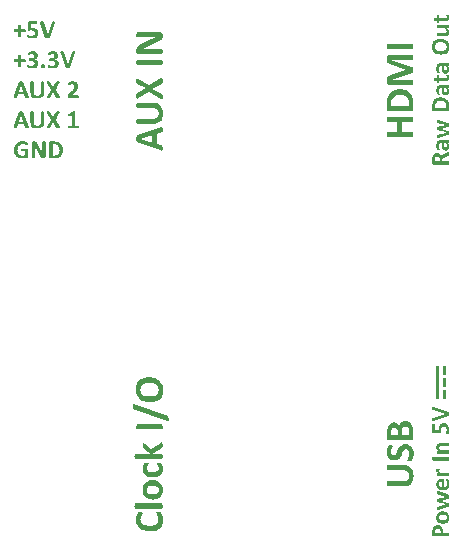
<source format=gbr>
%TF.GenerationSoftware,KiCad,Pcbnew,9.0.5-9.0.5~ubuntu24.04.1*%
%TF.CreationDate,2025-10-22T14:00:19+02:00*%
%TF.ProjectId,misrc_v2.5_back_panel,6d697372-635f-4763-922e-355f6261636b,rev?*%
%TF.SameCoordinates,Original*%
%TF.FileFunction,Legend,Top*%
%TF.FilePolarity,Positive*%
%FSLAX46Y46*%
G04 Gerber Fmt 4.6, Leading zero omitted, Abs format (unit mm)*
G04 Created by KiCad (PCBNEW 9.0.5-9.0.5~ubuntu24.04.1) date 2025-10-22 14:00:19*
%MOMM*%
%LPD*%
G01*
G04 APERTURE LIST*
%ADD10C,0.400000*%
%ADD11C,0.600000*%
%ADD12C,0.187500*%
G04 APERTURE END LIST*
D10*
G36*
X63689062Y-87638416D02*
G01*
X63748560Y-87646134D01*
X63779237Y-87664111D01*
X63795064Y-87696839D01*
X64232258Y-88948828D01*
X64248671Y-89011061D01*
X64247933Y-89031840D01*
X64239879Y-89045451D01*
X64224952Y-89054106D01*
X64197283Y-89059617D01*
X64113165Y-89062352D01*
X64026215Y-89060691D01*
X63978734Y-89054146D01*
X63955775Y-89040566D01*
X63944833Y-89017607D01*
X63849774Y-88730963D01*
X63318497Y-88730963D01*
X63228909Y-89009986D01*
X63217380Y-89035583D01*
X63194422Y-89051996D01*
X63149579Y-89060105D01*
X63073668Y-89062352D01*
X62994924Y-89059030D01*
X62969537Y-89052903D01*
X62955650Y-89043301D01*
X62948423Y-89028897D01*
X62947932Y-89007837D01*
X62964345Y-88946679D01*
X63115612Y-88512122D01*
X63381902Y-88512122D01*
X63783047Y-88512122D01*
X63583061Y-87910014D01*
X63581986Y-87910014D01*
X63381902Y-88512122D01*
X63115612Y-88512122D01*
X63400563Y-87693518D01*
X63415803Y-87663524D01*
X63443745Y-87646037D01*
X63496696Y-87638416D01*
X63586382Y-87636755D01*
X63689062Y-87638416D01*
G37*
G36*
X65545601Y-88529805D02*
G01*
X65535611Y-88655396D01*
X65507304Y-88762324D01*
X65459635Y-88857682D01*
X65394757Y-88935932D01*
X65312984Y-88997631D01*
X65211086Y-89043985D01*
X65096983Y-89071329D01*
X64959809Y-89081110D01*
X64830514Y-89072393D01*
X64720353Y-89047795D01*
X64621338Y-89005232D01*
X64541079Y-88946874D01*
X64477066Y-88871690D01*
X64429118Y-88778151D01*
X64400589Y-88671921D01*
X64390332Y-88541822D01*
X64390332Y-87682575D01*
X64396878Y-87663036D01*
X64420325Y-87648772D01*
X64464680Y-87640077D01*
X64534631Y-87636755D01*
X64603507Y-87640077D01*
X64647276Y-87648772D01*
X64670723Y-87662938D01*
X64677855Y-87682575D01*
X64677855Y-88515346D01*
X64683384Y-88596172D01*
X64698567Y-88660915D01*
X64724425Y-88718107D01*
X64758162Y-88762813D01*
X64800602Y-88798012D01*
X64851072Y-88823385D01*
X64907250Y-88838299D01*
X64971826Y-88843511D01*
X65037324Y-88838115D01*
X65093165Y-88822799D01*
X65142898Y-88797125D01*
X65183828Y-88762324D01*
X65216366Y-88718612D01*
X65241274Y-88664236D01*
X65256205Y-88603486D01*
X65261498Y-88531759D01*
X65261498Y-87682575D01*
X65268043Y-87662938D01*
X65291002Y-87648772D01*
X65335259Y-87640077D01*
X65404624Y-87636755D01*
X65472914Y-87640077D01*
X65516096Y-87648772D01*
X65539055Y-87663036D01*
X65545601Y-87682575D01*
X65545601Y-88529805D01*
G37*
G36*
X66860702Y-88947753D02*
G01*
X66886396Y-89008912D01*
X66887494Y-89029747D01*
X66879265Y-89043790D01*
X66862915Y-89052907D01*
X66831686Y-89059030D01*
X66736138Y-89062352D01*
X66655245Y-89060105D01*
X66608839Y-89053071D01*
X66584219Y-89039491D01*
X66571128Y-89017607D01*
X66305489Y-88507823D01*
X66041023Y-89017607D01*
X66026759Y-89039491D01*
X66002140Y-89053071D01*
X65955147Y-89060105D01*
X65875915Y-89062352D01*
X65787987Y-89059030D01*
X65760050Y-89052915D01*
X65745880Y-89043790D01*
X65739438Y-89029973D01*
X65741484Y-89008912D01*
X65768839Y-88947753D01*
X66107653Y-88330991D01*
X65792872Y-87751354D01*
X65766103Y-87688633D01*
X65764062Y-87667208D01*
X65771574Y-87653657D01*
X65787370Y-87645076D01*
X65817981Y-87639491D01*
X65914212Y-87636755D01*
X65995594Y-87639003D01*
X66043172Y-87646037D01*
X66067792Y-87659714D01*
X66081470Y-87681501D01*
X66329523Y-88148688D01*
X66571128Y-87681501D01*
X66584805Y-87659714D01*
X66607764Y-87646037D01*
X66651435Y-87639003D01*
X66728518Y-87636755D01*
X66814784Y-87639491D01*
X66843421Y-87645188D01*
X66858553Y-87654243D01*
X66865903Y-87668189D01*
X66864512Y-87689219D01*
X66839990Y-87751354D01*
X66525210Y-88327767D01*
X66860702Y-88947753D01*
G37*
G36*
X68481986Y-88939840D02*
G01*
X68479251Y-88993671D01*
X68471044Y-89030112D01*
X68456780Y-89050140D01*
X68437143Y-89056100D01*
X67624010Y-89056100D01*
X67582489Y-89051801D01*
X67554059Y-89034899D01*
X67538232Y-88998458D01*
X67533347Y-88936421D01*
X67536571Y-88874969D01*
X67548588Y-88829344D01*
X67571058Y-88790168D01*
X67606620Y-88748256D01*
X67851351Y-88484474D01*
X67919917Y-88408701D01*
X67969369Y-88345451D01*
X68039320Y-88230949D01*
X68061126Y-88179529D01*
X68073807Y-88135499D01*
X68083089Y-88052554D01*
X68071560Y-87983385D01*
X68057281Y-87952681D01*
X68037660Y-87926427D01*
X68012749Y-87904900D01*
X67981386Y-87888228D01*
X67945712Y-87878028D01*
X67901665Y-87874355D01*
X67839353Y-87878654D01*
X67787457Y-87890670D01*
X67700018Y-87927014D01*
X67637101Y-87963845D01*
X67612767Y-87977257D01*
X67597827Y-87980649D01*
X67580828Y-87974104D01*
X67569299Y-87952122D01*
X67562265Y-87910894D01*
X67559530Y-87847684D01*
X67561191Y-87805381D01*
X67566075Y-87775778D01*
X67574868Y-87753797D01*
X67593919Y-87731229D01*
X67644233Y-87698793D01*
X67734408Y-87661277D01*
X67852426Y-87630503D01*
X67917844Y-87621171D01*
X67986955Y-87617998D01*
X68093316Y-87625392D01*
X68179809Y-87645841D01*
X68256789Y-87679958D01*
X68316976Y-87723413D01*
X68364736Y-87777759D01*
X68398455Y-87841333D01*
X68418416Y-87911505D01*
X68425224Y-87988172D01*
X68421916Y-88056600D01*
X68412035Y-88123678D01*
X68392731Y-88190548D01*
X68357422Y-88267390D01*
X68309854Y-88344927D01*
X68240479Y-88437774D01*
X68157517Y-88533536D01*
X68040493Y-88654662D01*
X67875385Y-88824753D01*
X68432844Y-88824753D01*
X68452970Y-88831298D01*
X68468895Y-88851326D01*
X68478664Y-88887181D01*
X68481986Y-88939840D01*
G37*
D11*
G36*
X96734976Y-90628601D02*
G01*
X96765659Y-90639744D01*
X96787793Y-90676381D01*
X96801379Y-90744769D01*
X96806569Y-90852235D01*
X96801379Y-90962450D01*
X96787793Y-91030838D01*
X96765506Y-91066711D01*
X96734670Y-91077702D01*
X95839368Y-91077702D01*
X95839368Y-91904311D01*
X96734670Y-91904311D01*
X96765506Y-91914539D01*
X96787793Y-91950412D01*
X96801379Y-92018800D01*
X96806569Y-92128099D01*
X96801379Y-92236634D01*
X96787793Y-92305786D01*
X96765659Y-92342575D01*
X96734976Y-92353566D01*
X94650668Y-92353566D01*
X94620138Y-92342575D01*
X94597851Y-92305786D01*
X94584265Y-92236634D01*
X94579074Y-92128099D01*
X94584265Y-92018800D01*
X94597851Y-91950412D01*
X94619985Y-91914539D01*
X94650515Y-91904311D01*
X95458349Y-91904311D01*
X95458349Y-91077702D01*
X94650515Y-91077702D01*
X94619985Y-91066711D01*
X94597851Y-91030838D01*
X94584265Y-90962450D01*
X94579074Y-90852235D01*
X94584265Y-90744769D01*
X94597851Y-90676381D01*
X94620138Y-90639744D01*
X94650668Y-90628601D01*
X96734976Y-90628601D01*
G37*
G36*
X95862117Y-88319378D02*
G01*
X96033904Y-88346617D01*
X96179934Y-88389046D01*
X96318004Y-88451281D01*
X96434629Y-88527315D01*
X96532407Y-88617108D01*
X96614288Y-88721679D01*
X96681104Y-88841401D01*
X96732838Y-88978282D01*
X96766993Y-89121410D01*
X96788968Y-89289016D01*
X96796800Y-89484628D01*
X96796800Y-90012345D01*
X96788256Y-90064957D01*
X96763521Y-90107295D01*
X96722613Y-90134995D01*
X96655139Y-90145610D01*
X94730505Y-90145610D01*
X94663030Y-90134995D01*
X94622122Y-90107295D01*
X94597388Y-90064957D01*
X94588844Y-90012345D01*
X94588844Y-89470889D01*
X94940554Y-89470889D01*
X94940554Y-89698035D01*
X96445090Y-89698035D01*
X96445090Y-89464020D01*
X96432151Y-89287849D01*
X96397310Y-89153374D01*
X96336747Y-89036770D01*
X96252749Y-88942409D01*
X96146668Y-88869724D01*
X96012627Y-88816013D01*
X95862383Y-88785328D01*
X95677404Y-88774187D01*
X95523608Y-88783650D01*
X95385076Y-88810976D01*
X95257714Y-88859397D01*
X95150908Y-88928823D01*
X95063369Y-89020410D01*
X94996119Y-89137193D01*
X94955941Y-89275497D01*
X94940554Y-89470889D01*
X94588844Y-89470889D01*
X94588844Y-89445397D01*
X94597396Y-89248635D01*
X94621224Y-89082968D01*
X94657995Y-88944088D01*
X94712554Y-88811805D01*
X94780797Y-88696906D01*
X94862701Y-88597416D01*
X94959039Y-88511919D01*
X95070222Y-88440538D01*
X95198077Y-88383093D01*
X95333021Y-88343446D01*
X95486266Y-88318444D01*
X95660460Y-88309667D01*
X95862117Y-88319378D01*
G37*
G36*
X96734976Y-85364709D02*
G01*
X96765659Y-85374174D01*
X96787793Y-85408215D01*
X96801379Y-85474008D01*
X96806569Y-85578116D01*
X96801379Y-85680698D01*
X96787793Y-85745575D01*
X96765659Y-85779617D01*
X96734976Y-85789844D01*
X94940554Y-85789844D01*
X94940554Y-85793355D01*
X96733144Y-86433730D01*
X96769933Y-86456017D01*
X96792983Y-86497843D01*
X96803974Y-86565315D01*
X96806569Y-86664386D01*
X96802295Y-86763457D01*
X96788709Y-86830930D01*
X96765659Y-86872756D01*
X96733144Y-86893211D01*
X94940554Y-87511299D01*
X94940554Y-87514810D01*
X96734976Y-87514810D01*
X96765659Y-87524274D01*
X96787793Y-87559231D01*
X96801379Y-87625024D01*
X96806569Y-87728369D01*
X96801379Y-87830799D01*
X96787793Y-87896592D01*
X96765659Y-87930786D01*
X96734976Y-87940097D01*
X94767905Y-87940097D01*
X94688634Y-87927675D01*
X94634945Y-87893997D01*
X94600871Y-87841507D01*
X94588844Y-87770959D01*
X94588844Y-87477257D01*
X94601667Y-87342313D01*
X94619118Y-87288921D01*
X94644409Y-87244921D01*
X94678446Y-87207697D01*
X94722872Y-87176533D01*
X94843009Y-87128753D01*
X96158257Y-86650648D01*
X96158257Y-86643778D01*
X94846368Y-86148576D01*
X94725315Y-86100033D01*
X94645173Y-86038514D01*
X94619113Y-86000537D01*
X94601667Y-85955624D01*
X94588844Y-85844646D01*
X94588844Y-85542243D01*
X94600751Y-85462864D01*
X94635708Y-85408215D01*
X94692037Y-85375853D01*
X94767905Y-85364709D01*
X96734976Y-85364709D01*
G37*
G36*
X96734976Y-84431244D02*
G01*
X96765659Y-84442387D01*
X96787793Y-84479024D01*
X96801379Y-84547412D01*
X96806569Y-84656710D01*
X96801379Y-84765246D01*
X96787793Y-84834397D01*
X96765659Y-84871186D01*
X96734976Y-84882177D01*
X94650668Y-84882177D01*
X94620138Y-84871186D01*
X94597851Y-84833634D01*
X94584265Y-84764330D01*
X94579074Y-84656710D01*
X94584265Y-84547412D01*
X94597851Y-84479024D01*
X94620138Y-84442387D01*
X94650668Y-84431244D01*
X96734976Y-84431244D01*
G37*
G36*
X75537094Y-91463996D02*
G01*
X75558360Y-91476581D01*
X75571885Y-91499904D01*
X75580495Y-91543138D01*
X75584769Y-91674571D01*
X75582174Y-91810431D01*
X75571946Y-91884620D01*
X75550728Y-91920493D01*
X75514855Y-91937590D01*
X75066974Y-92086120D01*
X75066974Y-92916240D01*
X75502948Y-93056222D01*
X75542943Y-93074235D01*
X75568588Y-93110108D01*
X75581258Y-93180175D01*
X75584769Y-93298786D01*
X75579579Y-93421823D01*
X75570005Y-93461490D01*
X75555002Y-93483189D01*
X75532496Y-93494481D01*
X75499590Y-93495248D01*
X75404030Y-93469603D01*
X73445965Y-92788013D01*
X73399101Y-92764199D01*
X73371776Y-92720541D01*
X73359870Y-92637803D01*
X73357370Y-92502859D01*
X73784241Y-92502859D01*
X73784241Y-92504538D01*
X74725034Y-92817169D01*
X74725034Y-92190381D01*
X73784241Y-92502859D01*
X73357370Y-92502859D01*
X73357274Y-92497669D01*
X73359870Y-92337232D01*
X73371929Y-92244267D01*
X73400017Y-92196334D01*
X73451155Y-92171605D01*
X75407388Y-91488488D01*
X75504627Y-91462843D01*
X75537094Y-91463996D01*
G37*
G36*
X74752664Y-89436390D02*
G01*
X74948900Y-89451999D01*
X75115976Y-89496230D01*
X75264972Y-89570712D01*
X75387238Y-89672085D01*
X75483642Y-89799854D01*
X75556071Y-89959070D01*
X75598796Y-90137356D01*
X75614078Y-90351690D01*
X75600459Y-90553714D01*
X75562024Y-90725840D01*
X75495519Y-90880551D01*
X75404335Y-91005956D01*
X75286859Y-91105977D01*
X75140705Y-91180895D01*
X74974720Y-91225471D01*
X74771441Y-91241498D01*
X73428868Y-91241498D01*
X73398338Y-91231270D01*
X73376051Y-91194634D01*
X73362465Y-91125330D01*
X73357274Y-91016031D01*
X73362465Y-90908411D01*
X73376051Y-90840023D01*
X73398185Y-90803387D01*
X73428868Y-90792243D01*
X74730072Y-90792243D01*
X74856363Y-90783604D01*
X74957523Y-90759881D01*
X75046887Y-90719478D01*
X75116739Y-90666764D01*
X75171738Y-90600451D01*
X75211383Y-90521592D01*
X75234686Y-90433814D01*
X75242829Y-90332914D01*
X75234398Y-90230574D01*
X75210467Y-90143321D01*
X75170352Y-90065614D01*
X75115976Y-90001660D01*
X75047676Y-89950820D01*
X74962713Y-89911901D01*
X74867791Y-89888571D01*
X74755717Y-89880302D01*
X73428868Y-89880302D01*
X73398185Y-89870074D01*
X73376051Y-89834201D01*
X73362465Y-89765050D01*
X73357274Y-89656667D01*
X73362465Y-89549963D01*
X73376051Y-89482491D01*
X73398338Y-89446618D01*
X73428868Y-89436390D01*
X74752664Y-89436390D01*
G37*
G36*
X75405709Y-87381545D02*
G01*
X75501269Y-87341397D01*
X75533823Y-87339683D01*
X75555765Y-87352541D01*
X75570011Y-87378086D01*
X75579579Y-87426882D01*
X75584769Y-87576176D01*
X75581258Y-87702571D01*
X75570267Y-87775081D01*
X75549049Y-87813549D01*
X75514855Y-87834005D01*
X74718318Y-88249065D01*
X75514855Y-88662293D01*
X75549049Y-88684580D01*
X75570267Y-88723049D01*
X75581258Y-88796474D01*
X75584769Y-88920275D01*
X75579579Y-89057661D01*
X75570024Y-89101314D01*
X75555765Y-89123454D01*
X75534178Y-89133520D01*
X75501269Y-89130324D01*
X75405709Y-89087581D01*
X74442018Y-88558185D01*
X73536335Y-89050029D01*
X73438333Y-89091855D01*
X73404857Y-89095045D01*
X73383683Y-89083307D01*
X73370276Y-89058626D01*
X73361549Y-89010797D01*
X73357274Y-88860435D01*
X73360785Y-88733276D01*
X73371776Y-88658935D01*
X73393148Y-88620467D01*
X73427189Y-88599095D01*
X74157170Y-88211512D01*
X73427189Y-87834005D01*
X73393148Y-87812633D01*
X73371776Y-87776760D01*
X73360785Y-87708525D01*
X73357274Y-87588083D01*
X73361549Y-87453291D01*
X73370451Y-87408547D01*
X73384599Y-87384903D01*
X73406389Y-87373419D01*
X73439248Y-87375591D01*
X73536335Y-87413907D01*
X74436980Y-87905751D01*
X75405709Y-87381545D01*
G37*
G36*
X75513176Y-85789234D02*
G01*
X75543859Y-85800378D01*
X75565993Y-85837014D01*
X75579579Y-85905402D01*
X75584769Y-86014701D01*
X75579579Y-86123236D01*
X75565993Y-86192387D01*
X75543859Y-86229176D01*
X75513176Y-86240167D01*
X73428868Y-86240167D01*
X73398338Y-86229176D01*
X73376051Y-86191624D01*
X73362465Y-86122320D01*
X73357274Y-86014701D01*
X73362465Y-85905402D01*
X73376051Y-85837014D01*
X73398338Y-85800378D01*
X73428868Y-85789234D01*
X75513176Y-85789234D01*
G37*
G36*
X75414715Y-83484803D02*
G01*
X75484630Y-83498541D01*
X75535768Y-83535178D01*
X75565688Y-83589827D01*
X75575000Y-83653941D01*
X75575000Y-83845214D01*
X75563245Y-83948559D01*
X75546853Y-83990065D01*
X75520503Y-84028854D01*
X75436392Y-84099684D01*
X75296563Y-84176621D01*
X74269369Y-84726472D01*
X74071532Y-84823864D01*
X73865300Y-84912555D01*
X73865300Y-84916066D01*
X74109390Y-84905838D01*
X74360197Y-84902327D01*
X75511649Y-84902327D01*
X75542332Y-84911792D01*
X75565230Y-84944154D01*
X75579579Y-85006588D01*
X75584769Y-85107339D01*
X75579579Y-85206410D01*
X75565230Y-85267928D01*
X75542179Y-85298611D01*
X75511344Y-85307160D01*
X73527329Y-85307160D01*
X73455134Y-85294610D01*
X73407192Y-85260296D01*
X73377341Y-85208677D01*
X73367044Y-85144891D01*
X73367044Y-84904006D01*
X73378188Y-84794860D01*
X73414824Y-84715481D01*
X73485655Y-84649688D01*
X73596480Y-84586338D01*
X74400344Y-84156013D01*
X74543989Y-84081824D01*
X74685040Y-84010841D01*
X74823647Y-83944285D01*
X74959508Y-83881087D01*
X74959508Y-83879408D01*
X74710990Y-83887040D01*
X74464000Y-83889635D01*
X73430547Y-83889635D01*
X73399864Y-83879408D01*
X73376051Y-83845214D01*
X73361549Y-83782016D01*
X73357274Y-83681266D01*
X73361549Y-83583874D01*
X73376051Y-83523271D01*
X73400017Y-83493351D01*
X73430700Y-83484803D01*
X75414715Y-83484803D01*
G37*
D10*
G36*
X63977660Y-83347712D02*
G01*
X63974338Y-83399686D01*
X63964568Y-83433392D01*
X63949230Y-83451661D01*
X63930667Y-83457132D01*
X63590681Y-83457132D01*
X63590681Y-83829847D01*
X63585210Y-83849191D01*
X63566648Y-83863455D01*
X63531672Y-83872736D01*
X63477059Y-83876058D01*
X63422349Y-83872736D01*
X63387373Y-83863455D01*
X63368225Y-83849191D01*
X63362265Y-83829847D01*
X63362265Y-83457132D01*
X63023452Y-83457132D01*
X63005378Y-83451661D01*
X62990625Y-83433392D01*
X62980269Y-83399686D01*
X62976459Y-83347712D01*
X62979683Y-83296323D01*
X62988964Y-83262031D01*
X63002642Y-83243859D01*
X63020130Y-83238291D01*
X63362265Y-83238291D01*
X63362265Y-82867628D01*
X63368225Y-82847404D01*
X63387373Y-82831968D01*
X63422349Y-82822687D01*
X63477059Y-82819365D01*
X63531672Y-82822687D01*
X63566648Y-82831968D01*
X63585210Y-82847404D01*
X63590681Y-82867628D01*
X63590681Y-83238291D01*
X63933891Y-83238291D01*
X63950890Y-83243859D01*
X63965057Y-83262031D01*
X63974338Y-83296323D01*
X63977660Y-83347712D01*
G37*
G36*
X65065908Y-83518681D02*
G01*
X65055542Y-83628786D01*
X65025950Y-83722869D01*
X64977664Y-83805961D01*
X64913403Y-83874299D01*
X64834631Y-83927872D01*
X64738525Y-83968479D01*
X64632857Y-83992645D01*
X64511770Y-84001110D01*
X64387108Y-83992610D01*
X64281107Y-83971215D01*
X64204024Y-83945325D01*
X64164750Y-83924125D01*
X64151072Y-83906148D01*
X64143940Y-83882603D01*
X64140130Y-83848116D01*
X64139055Y-83798877D01*
X64141205Y-83747000D01*
X64148336Y-83712610D01*
X64159767Y-83693950D01*
X64175105Y-83688479D01*
X64208420Y-83701180D01*
X64267429Y-83729121D01*
X64356529Y-83757160D01*
X64411656Y-83766352D01*
X64482265Y-83769763D01*
X64544041Y-83766372D01*
X64597548Y-83756769D01*
X64646359Y-83739355D01*
X64685573Y-83714857D01*
X64717407Y-83682519D01*
X64741260Y-83642561D01*
X64755749Y-83596340D01*
X64760995Y-83538123D01*
X64756713Y-83487810D01*
X64744582Y-83445213D01*
X64723595Y-83407616D01*
X64693193Y-83376141D01*
X64654432Y-83352043D01*
X64602433Y-83333741D01*
X64543662Y-83323430D01*
X64467024Y-83319575D01*
X64351644Y-83326218D01*
X64253849Y-83332764D01*
X64225438Y-83328353D01*
X64208518Y-83316937D01*
X64198945Y-83297080D01*
X64194840Y-83258416D01*
X64194840Y-82644878D01*
X64199700Y-82605124D01*
X64211742Y-82582157D01*
X64232438Y-82568283D01*
X64265866Y-82563008D01*
X64935775Y-82563008D01*
X64954338Y-82569554D01*
X64969090Y-82590168D01*
X64977883Y-82627586D01*
X64980618Y-82683273D01*
X64977163Y-82743797D01*
X64969090Y-82777649D01*
X64954171Y-82800299D01*
X64935775Y-82806860D01*
X64433026Y-82806860D01*
X64433026Y-83113531D01*
X64509034Y-83108158D01*
X64588267Y-83106986D01*
X64699378Y-83114021D01*
X64792063Y-83133657D01*
X64875485Y-83167358D01*
X64941833Y-83212108D01*
X64995015Y-83269742D01*
X65034156Y-83340580D01*
X65057568Y-83421276D01*
X65065908Y-83518681D01*
G37*
G36*
X66026955Y-83925590D02*
G01*
X66012691Y-83955681D01*
X65984261Y-83973071D01*
X65930723Y-83980691D01*
X65842307Y-83982352D01*
X65767373Y-83981766D01*
X65714422Y-83979030D01*
X65678860Y-83972582D01*
X65655901Y-83961640D01*
X65641735Y-83945813D01*
X65632454Y-83922268D01*
X65211574Y-82670280D01*
X65195747Y-82608046D01*
X65197315Y-82587362D01*
X65206690Y-82573657D01*
X65223262Y-82564995D01*
X65253096Y-82559491D01*
X65344931Y-82556755D01*
X65423675Y-82559003D01*
X65467345Y-82566623D01*
X65488643Y-82582938D01*
X65500172Y-82610196D01*
X65844456Y-83699617D01*
X65845531Y-83699617D01*
X66183270Y-82615667D01*
X66194212Y-82585674D01*
X66216585Y-82567698D01*
X66262014Y-82559003D01*
X66342907Y-82556755D01*
X66420967Y-82560077D01*
X66445895Y-82566240D01*
X66459265Y-82575904D01*
X66465913Y-82590173D01*
X66465810Y-82611368D01*
X66448909Y-82672429D01*
X66026955Y-83925590D01*
G37*
D11*
G36*
X75244661Y-124098867D02*
G01*
X75316560Y-124101462D01*
X75367240Y-124109248D01*
X75403572Y-124122834D01*
X75438376Y-124150158D01*
X75488904Y-124222668D01*
X75548133Y-124354101D01*
X75595150Y-124531788D01*
X75609183Y-124633860D01*
X75614078Y-124747790D01*
X75605884Y-124897958D01*
X75582203Y-125033993D01*
X75544011Y-125157660D01*
X75489055Y-125274213D01*
X75419374Y-125377351D01*
X75334420Y-125468459D01*
X75236189Y-125545562D01*
X75120891Y-125611152D01*
X74986222Y-125664922D01*
X74845404Y-125701638D01*
X74684321Y-125724942D01*
X74500178Y-125733157D01*
X74312916Y-125724224D01*
X74146593Y-125698683D01*
X73998717Y-125658053D01*
X73857209Y-125599668D01*
X73735321Y-125529555D01*
X73630826Y-125448004D01*
X73539633Y-125352122D01*
X73464609Y-125244661D01*
X73405054Y-125124382D01*
X73362786Y-124996421D01*
X73336859Y-124858294D01*
X73327965Y-124708406D01*
X73343688Y-124530872D01*
X73384752Y-124372877D01*
X73443065Y-124242207D01*
X73499851Y-124161149D01*
X73538777Y-124129550D01*
X73578314Y-124115964D01*
X73634948Y-124108179D01*
X73715548Y-124105584D01*
X73803170Y-124109095D01*
X73861483Y-124121002D01*
X73894151Y-124141457D01*
X73904378Y-124168782D01*
X73898100Y-124194980D01*
X73874153Y-124233659D01*
X73806681Y-124335325D01*
X73739209Y-124483855D01*
X73717076Y-124574850D01*
X73708984Y-124689630D01*
X73722864Y-124815920D01*
X73762870Y-124924561D01*
X73827609Y-125019595D01*
X73916591Y-125100568D01*
X74024431Y-125163147D01*
X74158391Y-125210630D01*
X74305245Y-125238327D01*
X74477891Y-125248183D01*
X74665688Y-125237414D01*
X74815404Y-125208035D01*
X74948752Y-125157747D01*
X75050335Y-125093699D01*
X75131114Y-125011305D01*
X75187875Y-124914333D01*
X75221366Y-124804729D01*
X75233060Y-124677723D01*
X75225658Y-124562706D01*
X75205430Y-124471185D01*
X75144369Y-124321739D01*
X75084071Y-124219310D01*
X75062604Y-124180447D01*
X75057205Y-124156875D01*
X75064074Y-124129550D01*
X75091093Y-124112606D01*
X75147575Y-124102378D01*
X75244661Y-124098867D01*
G37*
G36*
X75516534Y-123371176D02*
G01*
X75546454Y-123381404D01*
X75567672Y-123416514D01*
X75580495Y-123482307D01*
X75584769Y-123586263D01*
X75580495Y-123690524D01*
X75567672Y-123756317D01*
X75546454Y-123791274D01*
X75516534Y-123801502D01*
X73274232Y-123801502D01*
X73243702Y-123791274D01*
X73220651Y-123756317D01*
X73206149Y-123690524D01*
X73200959Y-123586263D01*
X73206149Y-123482307D01*
X73220651Y-123416514D01*
X73243702Y-123381404D01*
X73274232Y-123371176D01*
X75516534Y-123371176D01*
G37*
G36*
X74928514Y-121417089D02*
G01*
X75094604Y-121455091D01*
X75245386Y-121520240D01*
X75371362Y-121610491D01*
X75473408Y-121726547D01*
X75550881Y-121871831D01*
X75597402Y-122037135D01*
X75614078Y-122238958D01*
X75599134Y-122434253D01*
X75557750Y-122592500D01*
X75487546Y-122731345D01*
X75393649Y-122841780D01*
X75275401Y-122926977D01*
X75128646Y-122988631D01*
X74965006Y-123023831D01*
X74769761Y-123036411D01*
X74580109Y-123022944D01*
X74413319Y-122984357D01*
X74261877Y-122918440D01*
X74136562Y-122828194D01*
X74035095Y-122712209D01*
X73957959Y-122567617D01*
X73911342Y-122402969D01*
X73895901Y-122216824D01*
X74236549Y-122216824D01*
X74245725Y-122308307D01*
X74271659Y-122384130D01*
X74314596Y-122449294D01*
X74374088Y-122501977D01*
X74446608Y-122541536D01*
X74536509Y-122571128D01*
X74634876Y-122588083D01*
X74752664Y-122594179D01*
X74863038Y-122589296D01*
X74960271Y-122575403D01*
X75050632Y-122550218D01*
X75125135Y-122514800D01*
X75187318Y-122465477D01*
X75233670Y-122401227D01*
X75261862Y-122323918D01*
X75272138Y-122223540D01*
X75262959Y-122130576D01*
X75237181Y-122054555D01*
X75194294Y-121989318D01*
X75135515Y-121936708D01*
X75063636Y-121897386D01*
X74974009Y-121868472D01*
X74875541Y-121852080D01*
X74757702Y-121846185D01*
X74647437Y-121850870D01*
X74550248Y-121864198D01*
X74459839Y-121888899D01*
X74385232Y-121924801D01*
X74322800Y-121974565D01*
X74275933Y-122038374D01*
X74247126Y-122115160D01*
X74236549Y-122216824D01*
X73895901Y-122216824D01*
X73894609Y-122201253D01*
X73909394Y-122004449D01*
X73950174Y-121846185D01*
X74019750Y-121707421D01*
X74113511Y-121597668D01*
X74231574Y-121513077D01*
X74378362Y-121451580D01*
X74542194Y-121416408D01*
X74738926Y-121403800D01*
X74928514Y-121417089D01*
G37*
G36*
X75277481Y-119910866D02*
G01*
X75351670Y-119913461D01*
X75401892Y-119920330D01*
X75435170Y-119930558D01*
X75467533Y-119956967D01*
X75515007Y-120027034D01*
X75564924Y-120139691D01*
X75600492Y-120277230D01*
X75614078Y-120430035D01*
X75599742Y-120599464D01*
X75559276Y-120741749D01*
X75491071Y-120867075D01*
X75397465Y-120969659D01*
X75280795Y-121049424D01*
X75136278Y-121108877D01*
X74975717Y-121143388D01*
X74783500Y-121155741D01*
X74562829Y-121140474D01*
X74387063Y-121098649D01*
X74231607Y-121028482D01*
X74110458Y-120938976D01*
X74014948Y-120827004D01*
X73947732Y-120696412D01*
X73908258Y-120551676D01*
X73894609Y-120388971D01*
X73906821Y-120255096D01*
X73939794Y-120132058D01*
X73986658Y-120029629D01*
X74031843Y-119965515D01*
X74063900Y-119939106D01*
X74097483Y-119927200D01*
X74148316Y-119920330D01*
X74221589Y-119917735D01*
X74314053Y-119922969D01*
X74362181Y-119934832D01*
X74393857Y-119956018D01*
X74402634Y-119979254D01*
X74397085Y-120007791D01*
X74378362Y-120040772D01*
X74324476Y-120117556D01*
X74270743Y-120223497D01*
X74252833Y-120288444D01*
X74246318Y-120370195D01*
X74261244Y-120475081D01*
X74303758Y-120558772D01*
X74375157Y-120626497D01*
X74465566Y-120672617D01*
X74588356Y-120703571D01*
X74752817Y-120715188D01*
X74871892Y-120709297D01*
X74969583Y-120693054D01*
X75057952Y-120664501D01*
X75126509Y-120627261D01*
X75181974Y-120577858D01*
X75221153Y-120517962D01*
X75244386Y-120448553D01*
X75252599Y-120365158D01*
X75245762Y-120280047D01*
X75226953Y-120212353D01*
X75169556Y-120100459D01*
X75112312Y-120020164D01*
X75091919Y-119987953D01*
X75086514Y-119965515D01*
X75095062Y-119939870D01*
X75126661Y-119923689D01*
X75185432Y-119914377D01*
X75277481Y-119910866D01*
G37*
G36*
X75518060Y-118184832D02*
G01*
X75547980Y-118194297D01*
X75568588Y-118228338D01*
X75580495Y-118295810D01*
X75584769Y-118406788D01*
X75581258Y-118520361D01*
X75570267Y-118592107D01*
X75548896Y-118635613D01*
X75513023Y-118662938D01*
X74709922Y-119170199D01*
X75516381Y-119170199D01*
X75546301Y-119180427D01*
X75567672Y-119215537D01*
X75580495Y-119281330D01*
X75584769Y-119385286D01*
X75580495Y-119489547D01*
X75567672Y-119555340D01*
X75546454Y-119590297D01*
X75516534Y-119600525D01*
X73274232Y-119600525D01*
X73243702Y-119590297D01*
X73220651Y-119555340D01*
X73206149Y-119489547D01*
X73200959Y-119385286D01*
X73206149Y-119281330D01*
X73220651Y-119215537D01*
X73243549Y-119180427D01*
X73274232Y-119170199D01*
X74607340Y-119170199D01*
X74000854Y-118719419D01*
X73964981Y-118688736D01*
X73941015Y-118643398D01*
X73928192Y-118573331D01*
X73923918Y-118466627D01*
X73928192Y-118359924D01*
X73941015Y-118289857D01*
X73962386Y-118253067D01*
X73993985Y-118242840D01*
X74048634Y-118255663D01*
X74110153Y-118294131D01*
X74615888Y-118739874D01*
X75413952Y-118224064D01*
X75472875Y-118194297D01*
X75518060Y-118184832D01*
G37*
G36*
X75513176Y-116657246D02*
G01*
X75543859Y-116668389D01*
X75565993Y-116705026D01*
X75579579Y-116773414D01*
X75584769Y-116882712D01*
X75579579Y-116991248D01*
X75565993Y-117060399D01*
X75543859Y-117097188D01*
X75513176Y-117108179D01*
X73428868Y-117108179D01*
X73398338Y-117097188D01*
X73376051Y-117059636D01*
X73362465Y-116990332D01*
X73357274Y-116882712D01*
X73362465Y-116773414D01*
X73376051Y-116705026D01*
X73398338Y-116668389D01*
X73428868Y-116657246D01*
X75513176Y-116657246D01*
G37*
G36*
X76017690Y-115985578D02*
G01*
X76053410Y-116007865D01*
X76075697Y-116046181D01*
X76088520Y-116107699D01*
X76092794Y-116200664D01*
X76085925Y-116315153D01*
X76065317Y-116382625D01*
X76049293Y-116401160D01*
X76030360Y-116409187D01*
X75979985Y-116402165D01*
X73111810Y-115380924D01*
X73075021Y-115360469D01*
X73051971Y-115322917D01*
X73039148Y-115260635D01*
X73034874Y-115167517D01*
X73041743Y-115052265D01*
X73062351Y-114986625D01*
X73078319Y-114968754D01*
X73097308Y-114960979D01*
X73147684Y-114966017D01*
X76017690Y-115985578D01*
G37*
G36*
X74627737Y-112693205D02*
G01*
X74790814Y-112716448D01*
X74936762Y-112753482D01*
X75076540Y-112807617D01*
X75198443Y-112875397D01*
X75304501Y-112956661D01*
X75396582Y-113052979D01*
X75473216Y-113163706D01*
X75534852Y-113290511D01*
X75577724Y-113425344D01*
X75604649Y-113577868D01*
X75614078Y-113750756D01*
X75605962Y-113921977D01*
X75582969Y-114071101D01*
X75546759Y-114200926D01*
X75493023Y-114323529D01*
X75424577Y-114429597D01*
X75341137Y-114521037D01*
X75243504Y-114597465D01*
X75127289Y-114661673D01*
X74989733Y-114713225D01*
X74846204Y-114747427D01*
X74678947Y-114769380D01*
X74484608Y-114777186D01*
X74307003Y-114769135D01*
X74147064Y-114745985D01*
X74002839Y-114708951D01*
X73864698Y-114654793D01*
X73743939Y-114586977D01*
X73638612Y-114505619D01*
X73546929Y-114409376D01*
X73470281Y-114298649D01*
X73408260Y-114171770D01*
X73364837Y-114036873D01*
X73337537Y-113883826D01*
X73328805Y-113725110D01*
X73699214Y-113725110D01*
X73715819Y-113881869D01*
X73761344Y-114001868D01*
X73834124Y-114102450D01*
X73927276Y-114181234D01*
X74037856Y-114238687D01*
X74169840Y-114277710D01*
X74310874Y-114298616D01*
X74463389Y-114305798D01*
X74639123Y-114298585D01*
X74787622Y-114278473D01*
X74923947Y-114240648D01*
X75033544Y-114186271D01*
X75123473Y-114110354D01*
X75189248Y-114012096D01*
X75228345Y-113894174D01*
X75242829Y-113737170D01*
X75226455Y-113580345D01*
X75181616Y-113460412D01*
X75109125Y-113360017D01*
X75014767Y-113281199D01*
X74902526Y-113223666D01*
X74768845Y-113184723D01*
X74625798Y-113163719D01*
X74470106Y-113156483D01*
X74300662Y-113163642D01*
X74154422Y-113183807D01*
X74019764Y-113221815D01*
X73911095Y-113276925D01*
X73821520Y-113353316D01*
X73754627Y-113451864D01*
X73714127Y-113569718D01*
X73699214Y-113725110D01*
X73328805Y-113725110D01*
X73327965Y-113709845D01*
X73335919Y-113543293D01*
X73358586Y-113396373D01*
X73394521Y-113266697D01*
X73447702Y-113143980D01*
X73515835Y-113037547D01*
X73599228Y-112945518D01*
X73696817Y-112868287D01*
X73812284Y-112803292D01*
X73948189Y-112750887D01*
X74090097Y-112715647D01*
X74254752Y-112693096D01*
X74445376Y-112685094D01*
X74627737Y-112693205D01*
G37*
D10*
G36*
X98967460Y-125207153D02*
G01*
X99063881Y-125234633D01*
X99148994Y-125280519D01*
X99218828Y-125342784D01*
X99273450Y-125420450D01*
X99314669Y-125517173D01*
X99338735Y-125625572D01*
X99347495Y-125760341D01*
X99347495Y-125878359D01*
X99795828Y-125878359D01*
X99815367Y-125885491D01*
X99829533Y-125908939D01*
X99838130Y-125952707D01*
X99841452Y-126022658D01*
X99838130Y-126092121D01*
X99829435Y-126136378D01*
X99815269Y-126159336D01*
X99795632Y-126165882D01*
X98524690Y-126165882D01*
X98478175Y-126158600D01*
X98447802Y-126139113D01*
X98428809Y-126108846D01*
X98422108Y-126068576D01*
X98422108Y-125755945D01*
X98640950Y-125755945D01*
X98640950Y-125878359D01*
X99128654Y-125878359D01*
X99128654Y-125749399D01*
X99123540Y-125683754D01*
X99109798Y-125634117D01*
X99086765Y-125591334D01*
X99057042Y-125558108D01*
X99020308Y-125532440D01*
X98975953Y-125513363D01*
X98927311Y-125501964D01*
X98873176Y-125498024D01*
X98801767Y-125505132D01*
X98748710Y-125524305D01*
X98705273Y-125554382D01*
X98676511Y-125588785D01*
X98657394Y-125628211D01*
X98647105Y-125669092D01*
X98640950Y-125755945D01*
X98422108Y-125755945D01*
X98422108Y-125735233D01*
X98425918Y-125639588D01*
X98442331Y-125530851D01*
X98459916Y-125468045D01*
X98488933Y-125402379D01*
X98527665Y-125341728D01*
X98574906Y-125291395D01*
X98630839Y-125251201D01*
X98696442Y-125221444D01*
X98768655Y-125203664D01*
X98852464Y-125197410D01*
X98967460Y-125207153D01*
G37*
G36*
X99421449Y-124049670D02*
G01*
X99527747Y-124073991D01*
X99624247Y-124115686D01*
X99704872Y-124173447D01*
X99770181Y-124247723D01*
X99819763Y-124340704D01*
X99849537Y-124446499D01*
X99860210Y-124575666D01*
X99850646Y-124700655D01*
X99824160Y-124801932D01*
X99779230Y-124890793D01*
X99719135Y-124961472D01*
X99643457Y-125015998D01*
X99549533Y-125055456D01*
X99444804Y-125077985D01*
X99319847Y-125086036D01*
X99198469Y-125077417D01*
X99091724Y-125052721D01*
X98994801Y-125010534D01*
X98914599Y-124952777D01*
X98849661Y-124878546D01*
X98800294Y-124786008D01*
X98770459Y-124680633D01*
X98760576Y-124561500D01*
X98978591Y-124561500D01*
X98984464Y-124620049D01*
X99001061Y-124668576D01*
X99028541Y-124710280D01*
X99066616Y-124743998D01*
X99113029Y-124769315D01*
X99170566Y-124788255D01*
X99233520Y-124799106D01*
X99308905Y-124803007D01*
X99379544Y-124799882D01*
X99441773Y-124790990D01*
X99499604Y-124774872D01*
X99547286Y-124752205D01*
X99587083Y-124720638D01*
X99616749Y-124679518D01*
X99634791Y-124630040D01*
X99641368Y-124565798D01*
X99635493Y-124506301D01*
X99618996Y-124457648D01*
X99591548Y-124415896D01*
X99553929Y-124382225D01*
X99507927Y-124357059D01*
X99450566Y-124338555D01*
X99387546Y-124328064D01*
X99312129Y-124324291D01*
X99241559Y-124327290D01*
X99179359Y-124335819D01*
X99121497Y-124351628D01*
X99073748Y-124374605D01*
X99033792Y-124406454D01*
X99003797Y-124447292D01*
X98985360Y-124496435D01*
X98978591Y-124561500D01*
X98760576Y-124561500D01*
X98759749Y-124551535D01*
X98769212Y-124425580D01*
X98795311Y-124324291D01*
X98839840Y-124235482D01*
X98899847Y-124165240D01*
X98975407Y-124111102D01*
X99069352Y-124071744D01*
X99174204Y-124049234D01*
X99300112Y-124041165D01*
X99421449Y-124049670D01*
G37*
G36*
X98820029Y-122336154D02*
G01*
X98849631Y-122339476D01*
X98899847Y-122351493D01*
X99782443Y-122611660D01*
X99812534Y-122625924D01*
X99830510Y-122652693D01*
X99839205Y-122704082D01*
X99841452Y-122790934D01*
X99838717Y-122878373D01*
X99829435Y-122931423D01*
X99811459Y-122959267D01*
X99782443Y-122972358D01*
X99189715Y-123136294D01*
X99179847Y-123138443D01*
X99189715Y-123140593D01*
X99782443Y-123291437D01*
X99812534Y-123304040D01*
X99830510Y-123331884D01*
X99839205Y-123385422D01*
X99841452Y-123472958D01*
X99838717Y-123560983D01*
X99829435Y-123613447D01*
X99811459Y-123641290D01*
X99782443Y-123654382D01*
X98899847Y-123912302D01*
X98850119Y-123924807D01*
X98820029Y-123927543D01*
X98800978Y-123921583D01*
X98787886Y-123899699D01*
X98780754Y-123857103D01*
X98778507Y-123789888D01*
X98780754Y-123718862D01*
X98788375Y-123676266D01*
X98803127Y-123654968D01*
X98825500Y-123645589D01*
X99541815Y-123452051D01*
X99554906Y-123449902D01*
X99541815Y-123447752D01*
X98825500Y-123266329D01*
X98803127Y-123255973D01*
X98788375Y-123234675D01*
X98780754Y-123194717D01*
X98778507Y-123128576D01*
X98781243Y-123063021D01*
X98788961Y-123023161D01*
X98802052Y-123002449D01*
X98821201Y-122993070D01*
X99542890Y-122798555D01*
X99554906Y-122795233D01*
X99541815Y-122793084D01*
X98825500Y-122607264D01*
X98803127Y-122598569D01*
X98788375Y-122576685D01*
X98780754Y-122535163D01*
X98778507Y-122468436D01*
X98780754Y-122402295D01*
X98787886Y-122361849D01*
X98800978Y-122341625D01*
X98820029Y-122336154D01*
G37*
G36*
X99326214Y-121283092D02*
G01*
X99354725Y-121299295D01*
X99372465Y-121325172D01*
X99378758Y-121360941D01*
X99378758Y-121954452D01*
X99440054Y-121950609D01*
X99493162Y-121939699D01*
X99541155Y-121920285D01*
X99580405Y-121892707D01*
X99611614Y-121856425D01*
X99635116Y-121809664D01*
X99648847Y-121755929D01*
X99653874Y-121687738D01*
X99651026Y-121617841D01*
X99643225Y-121561025D01*
X99619484Y-121466454D01*
X99595842Y-121400411D01*
X99585095Y-121357717D01*
X99589003Y-121341304D01*
X99602778Y-121330460D01*
X99630915Y-121324403D01*
X99676637Y-121322742D01*
X99718061Y-121323817D01*
X99747272Y-121327138D01*
X99767691Y-121333684D01*
X99783713Y-121345212D01*
X99804327Y-121383998D01*
X99829631Y-121464891D01*
X99851026Y-121577438D01*
X99860210Y-121712944D01*
X99851509Y-121838317D01*
X99827384Y-121940872D01*
X99785481Y-122031591D01*
X99727830Y-122104221D01*
X99653731Y-122160647D01*
X99559400Y-122202016D01*
X99452762Y-122225668D01*
X99320922Y-122234256D01*
X99194706Y-122225414D01*
X99086351Y-122200355D01*
X98988432Y-122158060D01*
X98909128Y-122101974D01*
X98845152Y-122030796D01*
X98798047Y-121945170D01*
X98769679Y-121848870D01*
X98760330Y-121743523D01*
X98953581Y-121743523D01*
X98958773Y-121793631D01*
X98973413Y-121834773D01*
X98996785Y-121870401D01*
X99026853Y-121899253D01*
X99062901Y-121921650D01*
X99106183Y-121938625D01*
X99152929Y-121949340D01*
X99203685Y-121954452D01*
X99203685Y-121543537D01*
X99127213Y-121547848D01*
X99067273Y-121563873D01*
X99020308Y-121589944D01*
X98984169Y-121627707D01*
X98961722Y-121677578D01*
X98953581Y-121743523D01*
X98760330Y-121743523D01*
X98759749Y-121736978D01*
X98769384Y-121619913D01*
X98795800Y-121527710D01*
X98839458Y-121447655D01*
X98895744Y-121385073D01*
X98964750Y-121337056D01*
X99046881Y-121303105D01*
X99136654Y-121283587D01*
X99236805Y-121276824D01*
X99280475Y-121276824D01*
X99326214Y-121283092D01*
G37*
G36*
X98911864Y-120424124D02*
G01*
X98975953Y-120426371D01*
X99015032Y-120432916D01*
X99034669Y-120444347D01*
X99040140Y-120462421D01*
X99036330Y-120482058D01*
X99028123Y-120506678D01*
X99019917Y-120536671D01*
X99016107Y-120572721D01*
X99025486Y-120618639D01*
X99054795Y-120666217D01*
X99107942Y-120717606D01*
X99189715Y-120774954D01*
X99797684Y-120774954D01*
X99816832Y-120781500D01*
X99830510Y-120803970D01*
X99838717Y-120846078D01*
X99841452Y-120912609D01*
X99838717Y-120979336D01*
X99830510Y-121021444D01*
X99816832Y-121043817D01*
X99797684Y-121050362D01*
X98822276Y-121050362D01*
X98803127Y-121044891D01*
X98789449Y-121025254D01*
X98781243Y-120988618D01*
X98778507Y-120932344D01*
X98781243Y-120874410D01*
X98789449Y-120838946D01*
X98803127Y-120820872D01*
X98822276Y-120815401D01*
X98943615Y-120815401D01*
X98853343Y-120743300D01*
X98796972Y-120678820D01*
X98767956Y-120617564D01*
X98759749Y-120556405D01*
X98761410Y-120525826D01*
X98766784Y-120491925D01*
X98775479Y-120461346D01*
X98785835Y-120442198D01*
X98797754Y-120433405D01*
X98815730Y-120428520D01*
X98849924Y-120425198D01*
X98911864Y-120424124D01*
G37*
G36*
X99795632Y-119444905D02*
G01*
X99815269Y-119452037D01*
X99829435Y-119475484D01*
X99838130Y-119519253D01*
X99841452Y-119589204D01*
X99838130Y-119658666D01*
X99829435Y-119702923D01*
X99815269Y-119726468D01*
X99795632Y-119733502D01*
X98461675Y-119733502D01*
X98442136Y-119726468D01*
X98427872Y-119702435D01*
X98419177Y-119658080D01*
X98415855Y-119589204D01*
X98419177Y-119519253D01*
X98427872Y-119475484D01*
X98442136Y-119452037D01*
X98461675Y-119444905D01*
X99795632Y-119444905D01*
G37*
G36*
X99797684Y-118221542D02*
G01*
X99816832Y-118228087D01*
X99830510Y-118249971D01*
X99838717Y-118292079D01*
X99841452Y-118358122D01*
X99838717Y-118425435D01*
X99830510Y-118467543D01*
X99816832Y-118489329D01*
X99797586Y-118495875D01*
X99239638Y-118495875D01*
X99172168Y-118498864D01*
X99127775Y-118506329D01*
X99089336Y-118519341D01*
X99058214Y-118536322D01*
X99032409Y-118558855D01*
X99013273Y-118587124D01*
X99001502Y-118620102D01*
X98997349Y-118659811D01*
X99006397Y-118711000D01*
X99035744Y-118765812D01*
X99080251Y-118817856D01*
X99147509Y-118877285D01*
X99797586Y-118877285D01*
X99816832Y-118883830D01*
X99830510Y-118906301D01*
X99838717Y-118948408D01*
X99841452Y-119014940D01*
X99838717Y-119081667D01*
X99830510Y-119123775D01*
X99816832Y-119146147D01*
X99797684Y-119152693D01*
X98822276Y-119152693D01*
X98803127Y-119147222D01*
X98789449Y-119127585D01*
X98781243Y-119090948D01*
X98778507Y-119034675D01*
X98781243Y-118976740D01*
X98789449Y-118941276D01*
X98803127Y-118923202D01*
X98822276Y-118917731D01*
X98934920Y-118917731D01*
X98856282Y-118833700D01*
X98803518Y-118753307D01*
X98770587Y-118667476D01*
X98759749Y-118578918D01*
X98768539Y-118484333D01*
X98792576Y-118411172D01*
X98831695Y-118348925D01*
X98881773Y-118300774D01*
X98942040Y-118264930D01*
X99013567Y-118240104D01*
X99092923Y-118226573D01*
X99195088Y-118221542D01*
X99797684Y-118221542D01*
G37*
G36*
X99377781Y-116551702D02*
G01*
X99487886Y-116562068D01*
X99581969Y-116591660D01*
X99665061Y-116639946D01*
X99733399Y-116704207D01*
X99786972Y-116782979D01*
X99827579Y-116879085D01*
X99851745Y-116984753D01*
X99860210Y-117105840D01*
X99851710Y-117230502D01*
X99830315Y-117336503D01*
X99804425Y-117413586D01*
X99783225Y-117452860D01*
X99765248Y-117466538D01*
X99741703Y-117473670D01*
X99707216Y-117477480D01*
X99657977Y-117478555D01*
X99606100Y-117476405D01*
X99571710Y-117469274D01*
X99553050Y-117457843D01*
X99547579Y-117442505D01*
X99560280Y-117409190D01*
X99588221Y-117350181D01*
X99616260Y-117261081D01*
X99625452Y-117205954D01*
X99628863Y-117135345D01*
X99625472Y-117073569D01*
X99615869Y-117020062D01*
X99598455Y-116971251D01*
X99573957Y-116932037D01*
X99541619Y-116900203D01*
X99501661Y-116876350D01*
X99455440Y-116861861D01*
X99397223Y-116856615D01*
X99346910Y-116860897D01*
X99304313Y-116873028D01*
X99266716Y-116894015D01*
X99235241Y-116924417D01*
X99211143Y-116963178D01*
X99192841Y-117015177D01*
X99182530Y-117073948D01*
X99178675Y-117150586D01*
X99185318Y-117265966D01*
X99191864Y-117363761D01*
X99187453Y-117392172D01*
X99176037Y-117409092D01*
X99156180Y-117418665D01*
X99117516Y-117422770D01*
X98503978Y-117422770D01*
X98464224Y-117417910D01*
X98441257Y-117405868D01*
X98427383Y-117385172D01*
X98422108Y-117351744D01*
X98422108Y-116681835D01*
X98428654Y-116663272D01*
X98449268Y-116648520D01*
X98486686Y-116639727D01*
X98542373Y-116636992D01*
X98602897Y-116640447D01*
X98636749Y-116648520D01*
X98659399Y-116663439D01*
X98665960Y-116681835D01*
X98665960Y-117184584D01*
X98972631Y-117184584D01*
X98967258Y-117108576D01*
X98966086Y-117029343D01*
X98973121Y-116918232D01*
X98992757Y-116825547D01*
X99026458Y-116742125D01*
X99071208Y-116675777D01*
X99128842Y-116622595D01*
X99199680Y-116583454D01*
X99280376Y-116560042D01*
X99377781Y-116551702D01*
G37*
G36*
X99784690Y-115590655D02*
G01*
X99814781Y-115604919D01*
X99832171Y-115633349D01*
X99839791Y-115686887D01*
X99841452Y-115775303D01*
X99840866Y-115850237D01*
X99838130Y-115903188D01*
X99831682Y-115938750D01*
X99820740Y-115961709D01*
X99804913Y-115975875D01*
X99781368Y-115985156D01*
X98529380Y-116406036D01*
X98467146Y-116421863D01*
X98446462Y-116420295D01*
X98432757Y-116410920D01*
X98424095Y-116394348D01*
X98418591Y-116364514D01*
X98415855Y-116272679D01*
X98418103Y-116193935D01*
X98425723Y-116150265D01*
X98442038Y-116128967D01*
X98469296Y-116117438D01*
X99558717Y-115773154D01*
X99558717Y-115772079D01*
X98474767Y-115434340D01*
X98444774Y-115423398D01*
X98426798Y-115401025D01*
X98418103Y-115355596D01*
X98415855Y-115274703D01*
X98419177Y-115196643D01*
X98425340Y-115171715D01*
X98435004Y-115158345D01*
X98449273Y-115151697D01*
X98470468Y-115151800D01*
X98531529Y-115168701D01*
X99784690Y-115590655D01*
G37*
D12*
G36*
X99023088Y-114486892D02*
G01*
X98744749Y-114486892D01*
X98744749Y-111742823D01*
X99023088Y-111742823D01*
X99023088Y-114486892D01*
G37*
G36*
X99579766Y-114486892D02*
G01*
X99301427Y-114486892D01*
X99301427Y-113730349D01*
X99579766Y-113730349D01*
X99579766Y-114486892D01*
G37*
G36*
X99579766Y-113495095D02*
G01*
X99301427Y-113495095D01*
X99301427Y-112738552D01*
X99579766Y-112738552D01*
X99579766Y-113495095D01*
G37*
G36*
X99579766Y-112499365D02*
G01*
X99301427Y-112499365D01*
X99301427Y-111742823D01*
X99579766Y-111742823D01*
X99579766Y-112499365D01*
G37*
D10*
G36*
X99817907Y-93629447D02*
G01*
X99831585Y-93650159D01*
X99839205Y-93698324D01*
X99841452Y-93784590D01*
X99839205Y-93857863D01*
X99830999Y-93901045D01*
X99815660Y-93923418D01*
X99793092Y-93934360D01*
X99475576Y-94061171D01*
X99380029Y-94106014D01*
X99340868Y-94129649D01*
X99310273Y-94154569D01*
X99285611Y-94183487D01*
X99267970Y-94216314D01*
X99257450Y-94253030D01*
X99253706Y-94297207D01*
X99253706Y-94386795D01*
X99795339Y-94386795D01*
X99815074Y-94393927D01*
X99829435Y-94417375D01*
X99838130Y-94461143D01*
X99841452Y-94531094D01*
X99838130Y-94600557D01*
X99829435Y-94644814D01*
X99815269Y-94667772D01*
X99795632Y-94674318D01*
X98512771Y-94674318D01*
X98469587Y-94667525D01*
X98443406Y-94649796D01*
X98427576Y-94622700D01*
X98422108Y-94589029D01*
X98422108Y-94257835D01*
X98640950Y-94257835D01*
X98640950Y-94386795D01*
X99041117Y-94386795D01*
X99041117Y-94240347D01*
X99037221Y-94181280D01*
X99026463Y-94133271D01*
X99008281Y-94090363D01*
X98985039Y-94056774D01*
X98955640Y-94029910D01*
X98921243Y-94010857D01*
X98882619Y-93999479D01*
X98838298Y-93995518D01*
X98772555Y-94003849D01*
X98720573Y-94027270D01*
X98680848Y-94067277D01*
X98652966Y-94131024D01*
X98644271Y-94180752D01*
X98640950Y-94257835D01*
X98422108Y-94257835D01*
X98422108Y-94222860D01*
X98424355Y-94131122D01*
X98429728Y-94065470D01*
X98446399Y-93983099D01*
X98471054Y-93911987D01*
X98505447Y-93848086D01*
X98547844Y-93796119D01*
X98599263Y-93754312D01*
X98659903Y-93723432D01*
X98727591Y-93704829D01*
X98808305Y-93698226D01*
X98877109Y-93702914D01*
X98937265Y-93716300D01*
X98992725Y-93738709D01*
X99041215Y-93769252D01*
X99083538Y-93807981D01*
X99120545Y-93855616D01*
X99150624Y-93909737D01*
X99174962Y-93972560D01*
X99212283Y-93913062D01*
X99265430Y-93860599D01*
X99336651Y-93814095D01*
X99427119Y-93771499D01*
X99706630Y-93652406D01*
X99767495Y-93630522D01*
X99797586Y-93625051D01*
X99817907Y-93629447D01*
G37*
G36*
X99825137Y-92611052D02*
G01*
X99837642Y-92645539D01*
X99841452Y-92714904D01*
X99837642Y-92786516D01*
X99825137Y-92818170D01*
X99801006Y-92827451D01*
X99723434Y-92827451D01*
X99781042Y-92892073D01*
X99824062Y-92964618D01*
X99850952Y-93044887D01*
X99860210Y-93135686D01*
X99854965Y-93211274D01*
X99839889Y-93278324D01*
X99814391Y-93339654D01*
X99779708Y-93390968D01*
X99735213Y-93432962D01*
X99680643Y-93464730D01*
X99618325Y-93484035D01*
X99542694Y-93490913D01*
X99461235Y-93482199D01*
X99394390Y-93457598D01*
X99337519Y-93416625D01*
X99290440Y-93358142D01*
X99255679Y-93286615D01*
X99229673Y-93193620D01*
X99215217Y-93091223D01*
X99210351Y-92974974D01*
X99385011Y-92974974D01*
X99387697Y-93039233D01*
X99394878Y-93088694D01*
X99407699Y-93132816D01*
X99424285Y-93165190D01*
X99446369Y-93191096D01*
X99471766Y-93208373D01*
X99500968Y-93218502D01*
X99535465Y-93222050D01*
X99591053Y-93211944D01*
X99631501Y-93183264D01*
X99657016Y-93138898D01*
X99666379Y-93075602D01*
X99658993Y-93019864D01*
X99636972Y-92969015D01*
X99602286Y-92921804D01*
X99550803Y-92870047D01*
X99385011Y-92870047D01*
X99385011Y-92974974D01*
X99210351Y-92974974D01*
X99209938Y-92965107D01*
X99209938Y-92870047D01*
X99150343Y-92870047D01*
X99069254Y-92879329D01*
X99036896Y-92891871D01*
X99011320Y-92909908D01*
X98991557Y-92934172D01*
X98977126Y-92966768D01*
X98969102Y-93004569D01*
X98966086Y-93054793D01*
X98970196Y-93121478D01*
X98981717Y-93177696D01*
X99016107Y-93273341D01*
X99050594Y-93342804D01*
X99062842Y-93369858D01*
X99066128Y-93388135D01*
X99058605Y-93409433D01*
X99037014Y-93424772D01*
X99002429Y-93434053D01*
X98957098Y-93437277D01*
X98904243Y-93431806D01*
X98869170Y-93411094D01*
X98833999Y-93357556D01*
X98797754Y-93267870D01*
X98770398Y-93155909D01*
X98759749Y-93030759D01*
X98765832Y-92920352D01*
X98782220Y-92834583D01*
X98811436Y-92758791D01*
X98851096Y-92700641D01*
X98903586Y-92655737D01*
X98970873Y-92624144D01*
X99047982Y-92606542D01*
X99144774Y-92600110D01*
X99801006Y-92600110D01*
X99825137Y-92611052D01*
G37*
G36*
X98820029Y-90850843D02*
G01*
X98849631Y-90854165D01*
X98899847Y-90866181D01*
X99782443Y-91126349D01*
X99812534Y-91140613D01*
X99830510Y-91167382D01*
X99839205Y-91218770D01*
X99841452Y-91305623D01*
X99838717Y-91393062D01*
X99829435Y-91446112D01*
X99811459Y-91473955D01*
X99782443Y-91487047D01*
X99189715Y-91650982D01*
X99179847Y-91653132D01*
X99189715Y-91655281D01*
X99782443Y-91806126D01*
X99812534Y-91818728D01*
X99830510Y-91846572D01*
X99839205Y-91900110D01*
X99841452Y-91987647D01*
X99838717Y-92075672D01*
X99829435Y-92128135D01*
X99811459Y-92155979D01*
X99782443Y-92169070D01*
X98899847Y-92426991D01*
X98850119Y-92439496D01*
X98820029Y-92442232D01*
X98800978Y-92436272D01*
X98787886Y-92414388D01*
X98780754Y-92371792D01*
X98778507Y-92304576D01*
X98780754Y-92233550D01*
X98788375Y-92190955D01*
X98803127Y-92169657D01*
X98825500Y-92160278D01*
X99541815Y-91966740D01*
X99554906Y-91964590D01*
X99541815Y-91962441D01*
X98825500Y-91781017D01*
X98803127Y-91770661D01*
X98788375Y-91749363D01*
X98780754Y-91709405D01*
X98778507Y-91643264D01*
X98781243Y-91577710D01*
X98788961Y-91537849D01*
X98802052Y-91517137D01*
X98821201Y-91507758D01*
X99542890Y-91313243D01*
X99554906Y-91309922D01*
X99541815Y-91307772D01*
X98825500Y-91121952D01*
X98803127Y-91113257D01*
X98788375Y-91091373D01*
X98780754Y-91049852D01*
X98778507Y-90983125D01*
X98780754Y-90916984D01*
X98787886Y-90876537D01*
X98800978Y-90856314D01*
X98820029Y-90850843D01*
G37*
G36*
X99237003Y-88984888D02*
G01*
X99346946Y-89002320D01*
X99440405Y-89029475D01*
X99528770Y-89069306D01*
X99603410Y-89117967D01*
X99665988Y-89175435D01*
X99718392Y-89242360D01*
X99761155Y-89318982D01*
X99794264Y-89406586D01*
X99816123Y-89498188D01*
X99830188Y-89605456D01*
X99835200Y-89730647D01*
X99835200Y-90068387D01*
X99829732Y-90102058D01*
X99813902Y-90129154D01*
X99787720Y-90146882D01*
X99744537Y-90153676D01*
X98512771Y-90153676D01*
X98469587Y-90146882D01*
X98443406Y-90129154D01*
X98427576Y-90102058D01*
X98422108Y-90068387D01*
X98422108Y-89721855D01*
X98647202Y-89721855D01*
X98647202Y-89867228D01*
X99610105Y-89867228D01*
X99610105Y-89717458D01*
X99601824Y-89604709D01*
X99579526Y-89518645D01*
X99540766Y-89444018D01*
X99487007Y-89383627D01*
X99419116Y-89337109D01*
X99333329Y-89302734D01*
X99237173Y-89283095D01*
X99118786Y-89275965D01*
X99020357Y-89282022D01*
X98931696Y-89299510D01*
X98850185Y-89330500D01*
X98781829Y-89374932D01*
X98725804Y-89433548D01*
X98682764Y-89508289D01*
X98657050Y-89596804D01*
X98647202Y-89721855D01*
X98422108Y-89721855D01*
X98422108Y-89705539D01*
X98427581Y-89579612D01*
X98442831Y-89473585D01*
X98466365Y-89384702D01*
X98501283Y-89300040D01*
X98544958Y-89226506D01*
X98597377Y-89162832D01*
X98659032Y-89108114D01*
X98730190Y-89062430D01*
X98812017Y-89025665D01*
X98898381Y-89000291D01*
X98996458Y-88984290D01*
X99107942Y-88978673D01*
X99237003Y-88984888D01*
G37*
G36*
X99825137Y-87938784D02*
G01*
X99837642Y-87973271D01*
X99841452Y-88042636D01*
X99837642Y-88114248D01*
X99825137Y-88145902D01*
X99801006Y-88155183D01*
X99723434Y-88155183D01*
X99781042Y-88219805D01*
X99824062Y-88292350D01*
X99850952Y-88372619D01*
X99860210Y-88463418D01*
X99854965Y-88539006D01*
X99839889Y-88606056D01*
X99814391Y-88667386D01*
X99779708Y-88718701D01*
X99735213Y-88760694D01*
X99680643Y-88792462D01*
X99618325Y-88811767D01*
X99542694Y-88818645D01*
X99461235Y-88809931D01*
X99394390Y-88785330D01*
X99337519Y-88744357D01*
X99290440Y-88685874D01*
X99255679Y-88614347D01*
X99229673Y-88521352D01*
X99215217Y-88418955D01*
X99210351Y-88302706D01*
X99385011Y-88302706D01*
X99387697Y-88366965D01*
X99394878Y-88416426D01*
X99407699Y-88460548D01*
X99424285Y-88492922D01*
X99446369Y-88518828D01*
X99471766Y-88536105D01*
X99500968Y-88546234D01*
X99535465Y-88549782D01*
X99591053Y-88539676D01*
X99631501Y-88510996D01*
X99657016Y-88466630D01*
X99666379Y-88403334D01*
X99658993Y-88347596D01*
X99636972Y-88296747D01*
X99602286Y-88249536D01*
X99550803Y-88197779D01*
X99385011Y-88197779D01*
X99385011Y-88302706D01*
X99210351Y-88302706D01*
X99209938Y-88292839D01*
X99209938Y-88197779D01*
X99150343Y-88197779D01*
X99069254Y-88207061D01*
X99036896Y-88219603D01*
X99011320Y-88237640D01*
X98991557Y-88261904D01*
X98977126Y-88294500D01*
X98969102Y-88332301D01*
X98966086Y-88382525D01*
X98970196Y-88449210D01*
X98981717Y-88505428D01*
X99016107Y-88601073D01*
X99050594Y-88670536D01*
X99062842Y-88697590D01*
X99066128Y-88715867D01*
X99058605Y-88737165D01*
X99037014Y-88752504D01*
X99002429Y-88761785D01*
X98957098Y-88765009D01*
X98904243Y-88759538D01*
X98869170Y-88738826D01*
X98833999Y-88685288D01*
X98797754Y-88595602D01*
X98770398Y-88483641D01*
X98759749Y-88358491D01*
X98765832Y-88248084D01*
X98782220Y-88162315D01*
X98811436Y-88086524D01*
X98851096Y-88028373D01*
X98903586Y-87983469D01*
X98970873Y-87951876D01*
X99047982Y-87934274D01*
X99144774Y-87927842D01*
X99801006Y-87927842D01*
X99825137Y-87938784D01*
G37*
G36*
X99704481Y-87096537D02*
G01*
X99778535Y-87102594D01*
X99814781Y-87118421D01*
X99833343Y-87147340D01*
X99847607Y-87192183D01*
X99856888Y-87247968D01*
X99860210Y-87308540D01*
X99854662Y-87387375D01*
X99839400Y-87450689D01*
X99812644Y-87506105D01*
X99775311Y-87550145D01*
X99727465Y-87583753D01*
X99666281Y-87608079D01*
X99597292Y-87621661D01*
X99510650Y-87626642D01*
X99009854Y-87626642D01*
X99009854Y-87743683D01*
X99003936Y-87761255D01*
X98983964Y-87775337D01*
X98953561Y-87782968D01*
X98897307Y-87786279D01*
X98843280Y-87783544D01*
X98808500Y-87775337D01*
X98790329Y-87761659D01*
X98784760Y-87742511D01*
X98784760Y-87626642D01*
X98567872Y-87626642D01*
X98548333Y-87620682D01*
X98533581Y-87598798D01*
X98524885Y-87556202D01*
X98522150Y-87490061D01*
X98524885Y-87422846D01*
X98533581Y-87380738D01*
X98548333Y-87358854D01*
X98567872Y-87352308D01*
X98784760Y-87352308D01*
X98784760Y-87140306D01*
X98790329Y-87121157D01*
X98808500Y-87107479D01*
X98843280Y-87099273D01*
X98897307Y-87096537D01*
X98953561Y-87099848D01*
X98983964Y-87107479D01*
X99003936Y-87121562D01*
X99009854Y-87139133D01*
X99009854Y-87352308D01*
X99468933Y-87352308D01*
X99543029Y-87345123D01*
X99588905Y-87327200D01*
X99610263Y-87307218D01*
X99623811Y-87278404D01*
X99628863Y-87237514D01*
X99625053Y-87198142D01*
X99616358Y-87167075D01*
X99607565Y-87144116D01*
X99603755Y-87127116D01*
X99607565Y-87114611D01*
X99622904Y-87105330D01*
X99654069Y-87099273D01*
X99704481Y-87096537D01*
G37*
G36*
X99825137Y-86100515D02*
G01*
X99837642Y-86135002D01*
X99841452Y-86204367D01*
X99837642Y-86275979D01*
X99825137Y-86307633D01*
X99801006Y-86316914D01*
X99723434Y-86316914D01*
X99781042Y-86381535D01*
X99824062Y-86454081D01*
X99850952Y-86534350D01*
X99860210Y-86625149D01*
X99854965Y-86700737D01*
X99839889Y-86767786D01*
X99814391Y-86829117D01*
X99779708Y-86880431D01*
X99735213Y-86922425D01*
X99680643Y-86954193D01*
X99618325Y-86973498D01*
X99542694Y-86980375D01*
X99461235Y-86971662D01*
X99394390Y-86947061D01*
X99337519Y-86906088D01*
X99290440Y-86847605D01*
X99255679Y-86776078D01*
X99229673Y-86683083D01*
X99215217Y-86580686D01*
X99210351Y-86464437D01*
X99385011Y-86464437D01*
X99387697Y-86528695D01*
X99394878Y-86578156D01*
X99407699Y-86622279D01*
X99424285Y-86654653D01*
X99446369Y-86680558D01*
X99471766Y-86697835D01*
X99500968Y-86707964D01*
X99535465Y-86711513D01*
X99591053Y-86701407D01*
X99631501Y-86672727D01*
X99657016Y-86628360D01*
X99666379Y-86565065D01*
X99658993Y-86509326D01*
X99636972Y-86458477D01*
X99602286Y-86411267D01*
X99550803Y-86359510D01*
X99385011Y-86359510D01*
X99385011Y-86464437D01*
X99210351Y-86464437D01*
X99209938Y-86454569D01*
X99209938Y-86359510D01*
X99150343Y-86359510D01*
X99069254Y-86368791D01*
X99036896Y-86381333D01*
X99011320Y-86399370D01*
X98991557Y-86423635D01*
X98977126Y-86456230D01*
X98969102Y-86494031D01*
X98966086Y-86544255D01*
X98970196Y-86610941D01*
X98981717Y-86667158D01*
X99016107Y-86762804D01*
X99050594Y-86832266D01*
X99062842Y-86859321D01*
X99066128Y-86877598D01*
X99058605Y-86898896D01*
X99037014Y-86914234D01*
X99002429Y-86923516D01*
X98957098Y-86926740D01*
X98904243Y-86921269D01*
X98869170Y-86900557D01*
X98833999Y-86847019D01*
X98797754Y-86757333D01*
X98770398Y-86645372D01*
X98759749Y-86520222D01*
X98765832Y-86409814D01*
X98782220Y-86324046D01*
X98811436Y-86248254D01*
X98851096Y-86190103D01*
X98903586Y-86145200D01*
X98970873Y-86113606D01*
X99047982Y-86096004D01*
X99144774Y-86089573D01*
X99801006Y-86089573D01*
X99825137Y-86100515D01*
G37*
G36*
X99228952Y-84026711D02*
G01*
X99333321Y-84041587D01*
X99426728Y-84065288D01*
X99516185Y-84099935D01*
X99594203Y-84143314D01*
X99662080Y-84195323D01*
X99721012Y-84256967D01*
X99770058Y-84327831D01*
X99809505Y-84408987D01*
X99836943Y-84495280D01*
X99854175Y-84592895D01*
X99860210Y-84703544D01*
X99855016Y-84813125D01*
X99840300Y-84908564D01*
X99817126Y-84991652D01*
X99782735Y-85070118D01*
X99738929Y-85138002D01*
X99685527Y-85196523D01*
X99623043Y-85245437D01*
X99548664Y-85286530D01*
X99460629Y-85319524D01*
X99368770Y-85341413D01*
X99261726Y-85355463D01*
X99137349Y-85360459D01*
X99023682Y-85355306D01*
X98921321Y-85340490D01*
X98829017Y-85316788D01*
X98740607Y-85282127D01*
X98663321Y-85238725D01*
X98595911Y-85186656D01*
X98537234Y-85125060D01*
X98488180Y-85054195D01*
X98448486Y-84972992D01*
X98420696Y-84886659D01*
X98403224Y-84788709D01*
X98397635Y-84687130D01*
X98634697Y-84687130D01*
X98645324Y-84787456D01*
X98674460Y-84864255D01*
X98721039Y-84928628D01*
X98780657Y-84979049D01*
X98851428Y-85015819D01*
X98935897Y-85040794D01*
X99026159Y-85054174D01*
X99123769Y-85058770D01*
X99236239Y-85054154D01*
X99331278Y-85041283D01*
X99418526Y-85017075D01*
X99488668Y-84982273D01*
X99546223Y-84933686D01*
X99588319Y-84870801D01*
X99613340Y-84795331D01*
X99622611Y-84694848D01*
X99612131Y-84594481D01*
X99583434Y-84517724D01*
X99537040Y-84453471D01*
X99476651Y-84403027D01*
X99404817Y-84366206D01*
X99319261Y-84341283D01*
X99227710Y-84327840D01*
X99128068Y-84323209D01*
X99019623Y-84327790D01*
X98926030Y-84340696D01*
X98839849Y-84365021D01*
X98770301Y-84400292D01*
X98712973Y-84449182D01*
X98670161Y-84512253D01*
X98644241Y-84587679D01*
X98634697Y-84687130D01*
X98397635Y-84687130D01*
X98397098Y-84677361D01*
X98402188Y-84570767D01*
X98416695Y-84476739D01*
X98439694Y-84393746D01*
X98473729Y-84315207D01*
X98517334Y-84247090D01*
X98570705Y-84188191D01*
X98633162Y-84138763D01*
X98707062Y-84097167D01*
X98794041Y-84063627D01*
X98884862Y-84041074D01*
X98990241Y-84026641D01*
X99112241Y-84021520D01*
X99228952Y-84026711D01*
G37*
G36*
X99797684Y-82870843D02*
G01*
X99816832Y-82876314D01*
X99830510Y-82895463D01*
X99838717Y-82931513D01*
X99841452Y-82987786D01*
X99838717Y-83046307D01*
X99830510Y-83081771D01*
X99816832Y-83100333D01*
X99797684Y-83105805D01*
X99685039Y-83105805D01*
X99763611Y-83189840D01*
X99816442Y-83270326D01*
X99849402Y-83355930D01*
X99860210Y-83443544D01*
X99851395Y-83539077D01*
X99827384Y-83612364D01*
X99788171Y-83674573D01*
X99737698Y-83722762D01*
X99677010Y-83758545D01*
X99605904Y-83782943D01*
X99526355Y-83795975D01*
X99419400Y-83800920D01*
X98822276Y-83800920D01*
X98803127Y-83794960D01*
X98789449Y-83773076D01*
X98781243Y-83730480D01*
X98778507Y-83664339D01*
X98781243Y-83597710D01*
X98789449Y-83555602D01*
X98803225Y-83533132D01*
X98822373Y-83526586D01*
X99374851Y-83526586D01*
X99447117Y-83523746D01*
X99492185Y-83516816D01*
X99530580Y-83504052D01*
X99561843Y-83486726D01*
X99587615Y-83463734D01*
X99606784Y-83435337D01*
X99618481Y-83402365D01*
X99622611Y-83362650D01*
X99613462Y-83311575D01*
X99583825Y-83257235D01*
X99538874Y-83205219D01*
X99470691Y-83144102D01*
X98822276Y-83144102D01*
X98803127Y-83138142D01*
X98789449Y-83116258D01*
X98781243Y-83074151D01*
X98778507Y-83007423D01*
X98781243Y-82940892D01*
X98789449Y-82899273D01*
X98803127Y-82877389D01*
X98822276Y-82870843D01*
X99797684Y-82870843D01*
G37*
G36*
X99704481Y-82016286D02*
G01*
X99778535Y-82022343D01*
X99814781Y-82038170D01*
X99833343Y-82067089D01*
X99847607Y-82111932D01*
X99856888Y-82167717D01*
X99860210Y-82228289D01*
X99854662Y-82307124D01*
X99839400Y-82370438D01*
X99812644Y-82425854D01*
X99775311Y-82469894D01*
X99727465Y-82503502D01*
X99666281Y-82527828D01*
X99597292Y-82541410D01*
X99510650Y-82546391D01*
X99009854Y-82546391D01*
X99009854Y-82663432D01*
X99003936Y-82681003D01*
X98983964Y-82695086D01*
X98953561Y-82702717D01*
X98897307Y-82706028D01*
X98843280Y-82703292D01*
X98808500Y-82695086D01*
X98790329Y-82681408D01*
X98784760Y-82662259D01*
X98784760Y-82546391D01*
X98567872Y-82546391D01*
X98548333Y-82540431D01*
X98533581Y-82518547D01*
X98524885Y-82475951D01*
X98522150Y-82409810D01*
X98524885Y-82342594D01*
X98533581Y-82300487D01*
X98548333Y-82278603D01*
X98567872Y-82272057D01*
X98784760Y-82272057D01*
X98784760Y-82060054D01*
X98790329Y-82040906D01*
X98808500Y-82027228D01*
X98843280Y-82019022D01*
X98897307Y-82016286D01*
X98953561Y-82019597D01*
X98983964Y-82027228D01*
X99003936Y-82041311D01*
X99009854Y-82058882D01*
X99009854Y-82272057D01*
X99468933Y-82272057D01*
X99543029Y-82264872D01*
X99588905Y-82246949D01*
X99610263Y-82226966D01*
X99623811Y-82198153D01*
X99628863Y-82157263D01*
X99625053Y-82117891D01*
X99616358Y-82086823D01*
X99607565Y-82063865D01*
X99603755Y-82046865D01*
X99607565Y-82034360D01*
X99622904Y-82025079D01*
X99654069Y-82019022D01*
X99704481Y-82016286D01*
G37*
G36*
X63689062Y-90178416D02*
G01*
X63748560Y-90186134D01*
X63779237Y-90204111D01*
X63795064Y-90236839D01*
X64232258Y-91488828D01*
X64248671Y-91551061D01*
X64247933Y-91571840D01*
X64239879Y-91585451D01*
X64224952Y-91594106D01*
X64197283Y-91599617D01*
X64113165Y-91602352D01*
X64026215Y-91600691D01*
X63978734Y-91594146D01*
X63955775Y-91580566D01*
X63944833Y-91557607D01*
X63849774Y-91270963D01*
X63318497Y-91270963D01*
X63228909Y-91549986D01*
X63217380Y-91575583D01*
X63194422Y-91591996D01*
X63149579Y-91600105D01*
X63073668Y-91602352D01*
X62994924Y-91599030D01*
X62969537Y-91592903D01*
X62955650Y-91583301D01*
X62948423Y-91568897D01*
X62947932Y-91547837D01*
X62964345Y-91486679D01*
X63115612Y-91052122D01*
X63381902Y-91052122D01*
X63783047Y-91052122D01*
X63583061Y-90450014D01*
X63581986Y-90450014D01*
X63381902Y-91052122D01*
X63115612Y-91052122D01*
X63400563Y-90233518D01*
X63415803Y-90203524D01*
X63443745Y-90186037D01*
X63496696Y-90178416D01*
X63586382Y-90176755D01*
X63689062Y-90178416D01*
G37*
G36*
X65545601Y-91069805D02*
G01*
X65535611Y-91195396D01*
X65507304Y-91302324D01*
X65459635Y-91397682D01*
X65394757Y-91475932D01*
X65312984Y-91537631D01*
X65211086Y-91583985D01*
X65096983Y-91611329D01*
X64959809Y-91621110D01*
X64830514Y-91612393D01*
X64720353Y-91587795D01*
X64621338Y-91545232D01*
X64541079Y-91486874D01*
X64477066Y-91411690D01*
X64429118Y-91318151D01*
X64400589Y-91211921D01*
X64390332Y-91081822D01*
X64390332Y-90222575D01*
X64396878Y-90203036D01*
X64420325Y-90188772D01*
X64464680Y-90180077D01*
X64534631Y-90176755D01*
X64603507Y-90180077D01*
X64647276Y-90188772D01*
X64670723Y-90202938D01*
X64677855Y-90222575D01*
X64677855Y-91055346D01*
X64683384Y-91136172D01*
X64698567Y-91200915D01*
X64724425Y-91258107D01*
X64758162Y-91302813D01*
X64800602Y-91338012D01*
X64851072Y-91363385D01*
X64907250Y-91378299D01*
X64971826Y-91383511D01*
X65037324Y-91378115D01*
X65093165Y-91362799D01*
X65142898Y-91337125D01*
X65183828Y-91302324D01*
X65216366Y-91258612D01*
X65241274Y-91204236D01*
X65256205Y-91143486D01*
X65261498Y-91071759D01*
X65261498Y-90222575D01*
X65268043Y-90202938D01*
X65291002Y-90188772D01*
X65335259Y-90180077D01*
X65404624Y-90176755D01*
X65472914Y-90180077D01*
X65516096Y-90188772D01*
X65539055Y-90203036D01*
X65545601Y-90222575D01*
X65545601Y-91069805D01*
G37*
G36*
X66860702Y-91487753D02*
G01*
X66886396Y-91548912D01*
X66887494Y-91569747D01*
X66879265Y-91583790D01*
X66862915Y-91592907D01*
X66831686Y-91599030D01*
X66736138Y-91602352D01*
X66655245Y-91600105D01*
X66608839Y-91593071D01*
X66584219Y-91579491D01*
X66571128Y-91557607D01*
X66305489Y-91047823D01*
X66041023Y-91557607D01*
X66026759Y-91579491D01*
X66002140Y-91593071D01*
X65955147Y-91600105D01*
X65875915Y-91602352D01*
X65787987Y-91599030D01*
X65760050Y-91592915D01*
X65745880Y-91583790D01*
X65739438Y-91569973D01*
X65741484Y-91548912D01*
X65768839Y-91487753D01*
X66107653Y-90870991D01*
X65792872Y-90291354D01*
X65766103Y-90228633D01*
X65764062Y-90207208D01*
X65771574Y-90193657D01*
X65787370Y-90185076D01*
X65817981Y-90179491D01*
X65914212Y-90176755D01*
X65995594Y-90179003D01*
X66043172Y-90186037D01*
X66067792Y-90199714D01*
X66081470Y-90221501D01*
X66329523Y-90688688D01*
X66571128Y-90221501D01*
X66584805Y-90199714D01*
X66607764Y-90186037D01*
X66651435Y-90179003D01*
X66728518Y-90176755D01*
X66814784Y-90179491D01*
X66843421Y-90185188D01*
X66858553Y-90194243D01*
X66865903Y-90208189D01*
X66864512Y-90229219D01*
X66839990Y-90291354D01*
X66525210Y-90867767D01*
X66860702Y-91487753D01*
G37*
G36*
X68468895Y-91488340D02*
G01*
X68465573Y-91539533D01*
X68456292Y-91572945D01*
X68442614Y-91590726D01*
X68425126Y-91596100D01*
X67644722Y-91596100D01*
X67628309Y-91590726D01*
X67614631Y-91572945D01*
X67605350Y-91539533D01*
X67602126Y-91488340D01*
X67604861Y-91436072D01*
X67613556Y-91402073D01*
X67627234Y-91383217D01*
X67644722Y-91377258D01*
X67908211Y-91377258D01*
X67908211Y-90451871D01*
X67680870Y-90576923D01*
X67639837Y-90591675D01*
X67625305Y-90591315D01*
X67614729Y-90585130D01*
X67602126Y-90552987D01*
X67598902Y-90488702D01*
X67599976Y-90445618D01*
X67605447Y-90416797D01*
X67617464Y-90397160D01*
X67638274Y-90380747D01*
X67942112Y-90184669D01*
X67955789Y-90177635D01*
X67977087Y-90173238D01*
X68011477Y-90171089D01*
X68066676Y-90170503D01*
X68133891Y-90172164D01*
X68172677Y-90177635D01*
X68190165Y-90188088D01*
X68194561Y-90204501D01*
X68194561Y-91377258D01*
X68425224Y-91377258D01*
X68443200Y-91383217D01*
X68457366Y-91402073D01*
X68466159Y-91436072D01*
X68468895Y-91488340D01*
G37*
G36*
X64208225Y-92945367D02*
G01*
X64205489Y-92999784D01*
X64197771Y-93036225D01*
X64185754Y-93055276D01*
X64168853Y-93060649D01*
X64153147Y-93056894D01*
X64122935Y-93040915D01*
X64038818Y-92998123D01*
X63913668Y-92955332D01*
X63837792Y-92940852D01*
X63744750Y-92935597D01*
X63645497Y-92944769D01*
X63558930Y-92971159D01*
X63481657Y-93014192D01*
X63416878Y-93071689D01*
X63365219Y-93142309D01*
X63326117Y-93227907D01*
X63302641Y-93322274D01*
X63294463Y-93429554D01*
X63302974Y-93546578D01*
X63326703Y-93643217D01*
X63366146Y-93729374D01*
X63416878Y-93797872D01*
X63480444Y-93852330D01*
X63556194Y-93891857D01*
X63640590Y-93915365D01*
X63736054Y-93923511D01*
X63831114Y-93912471D01*
X63876714Y-93898578D01*
X63918553Y-93879351D01*
X63918553Y-93548354D01*
X63650765Y-93548354D01*
X63634004Y-93542725D01*
X63620186Y-93523636D01*
X63612568Y-93494417D01*
X63609244Y-93439519D01*
X63611979Y-93387837D01*
X63620186Y-93354327D01*
X63633277Y-93335569D01*
X63650765Y-93329512D01*
X64128504Y-93329512D01*
X64159669Y-93335569D01*
X64183703Y-93353741D01*
X64199530Y-93382757D01*
X64205001Y-93421640D01*
X64205001Y-93986721D01*
X64201983Y-94018188D01*
X64193472Y-94044264D01*
X64177055Y-94065485D01*
X64146480Y-94083245D01*
X64058553Y-94112848D01*
X63949816Y-94139128D01*
X63836096Y-94155639D01*
X63720814Y-94161110D01*
X63608657Y-94155374D01*
X63508004Y-94138882D01*
X63417464Y-94112457D01*
X63331558Y-94074512D01*
X63256355Y-94027517D01*
X63190709Y-93971382D01*
X63134199Y-93906053D01*
X63086854Y-93831326D01*
X63048560Y-93746093D01*
X63021867Y-93656237D01*
X63005211Y-93556305D01*
X62999418Y-93444892D01*
X63005580Y-93329871D01*
X63023337Y-93226263D01*
X63051881Y-93132652D01*
X63092376Y-93043816D01*
X63141879Y-92965836D01*
X63200479Y-92897593D01*
X63268427Y-92838569D01*
X63345522Y-92789226D01*
X63432803Y-92749386D01*
X63524861Y-92721336D01*
X63625540Y-92703987D01*
X63736054Y-92697998D01*
X63825786Y-92701403D01*
X63903312Y-92710991D01*
X64035008Y-92742548D01*
X64128406Y-92782603D01*
X64180381Y-92819826D01*
X64192697Y-92837784D01*
X64201679Y-92863301D01*
X64208225Y-92945367D01*
G37*
G36*
X65667136Y-94033518D02*
G01*
X65658343Y-94078263D01*
X65634896Y-94110991D01*
X65599921Y-94130140D01*
X65558888Y-94136100D01*
X65436473Y-94136100D01*
X65370332Y-94128577D01*
X65343768Y-94118085D01*
X65318944Y-94101222D01*
X65273612Y-94047390D01*
X65224373Y-93957900D01*
X64872468Y-93300496D01*
X64810137Y-93173880D01*
X64753375Y-93041892D01*
X64751128Y-93041892D01*
X64757673Y-93198109D01*
X64759921Y-93358626D01*
X64759921Y-94095555D01*
X64753863Y-94115192D01*
X64733151Y-94129847D01*
X64693193Y-94139030D01*
X64628713Y-94142352D01*
X64565308Y-94139030D01*
X64525936Y-94129847D01*
X64506299Y-94115095D01*
X64500828Y-94095360D01*
X64500828Y-92825590D01*
X64508860Y-92779386D01*
X64530821Y-92748702D01*
X64563857Y-92729598D01*
X64604680Y-92723008D01*
X64758846Y-92723008D01*
X64828699Y-92730140D01*
X64879502Y-92753587D01*
X64921609Y-92798919D01*
X64962154Y-92869847D01*
X65237562Y-93384320D01*
X65285043Y-93476253D01*
X65330472Y-93566525D01*
X65373068Y-93655234D01*
X65413514Y-93742185D01*
X65414589Y-93742185D01*
X65409704Y-93583134D01*
X65408043Y-93425060D01*
X65408043Y-92763650D01*
X65414589Y-92744013D01*
X65436473Y-92728772D01*
X65476920Y-92719491D01*
X65541400Y-92716755D01*
X65603731Y-92719491D01*
X65642516Y-92728772D01*
X65661665Y-92744111D01*
X65667136Y-92763748D01*
X65667136Y-94033518D01*
G37*
G36*
X66548946Y-92728481D02*
G01*
X66654973Y-92743731D01*
X66743856Y-92767265D01*
X66828518Y-92802183D01*
X66902053Y-92845858D01*
X66965727Y-92898277D01*
X67020445Y-92959932D01*
X67066129Y-93031090D01*
X67102893Y-93112917D01*
X67128268Y-93199281D01*
X67144268Y-93297358D01*
X67149886Y-93408842D01*
X67143671Y-93537903D01*
X67126238Y-93647846D01*
X67099083Y-93741305D01*
X67059253Y-93829670D01*
X67010591Y-93904310D01*
X66953124Y-93966888D01*
X66886198Y-94019292D01*
X66809576Y-94062055D01*
X66721972Y-94095164D01*
X66630370Y-94117023D01*
X66523103Y-94131088D01*
X66397911Y-94136100D01*
X66060172Y-94136100D01*
X66026500Y-94130632D01*
X65999404Y-94114802D01*
X65981676Y-94088620D01*
X65974882Y-94045437D01*
X65974882Y-93911005D01*
X66261330Y-93911005D01*
X66411100Y-93911005D01*
X66523849Y-93902724D01*
X66609914Y-93880426D01*
X66684540Y-93841666D01*
X66744931Y-93787907D01*
X66791450Y-93720016D01*
X66825824Y-93634229D01*
X66845463Y-93538073D01*
X66852593Y-93419686D01*
X66846537Y-93321257D01*
X66829048Y-93232596D01*
X66798058Y-93151085D01*
X66753626Y-93082729D01*
X66695010Y-93026704D01*
X66620269Y-92983664D01*
X66531755Y-92957950D01*
X66406703Y-92948102D01*
X66261330Y-92948102D01*
X66261330Y-93911005D01*
X65974882Y-93911005D01*
X65974882Y-92813671D01*
X65981676Y-92770487D01*
X65999404Y-92744306D01*
X66026500Y-92728476D01*
X66060172Y-92723008D01*
X66423019Y-92723008D01*
X66548946Y-92728481D01*
G37*
D11*
G36*
X95974464Y-120112672D02*
G01*
X96170700Y-120128281D01*
X96337776Y-120172511D01*
X96486772Y-120246993D01*
X96609038Y-120348366D01*
X96705442Y-120476135D01*
X96777871Y-120635351D01*
X96820596Y-120813637D01*
X96835878Y-121027972D01*
X96822259Y-121229995D01*
X96783824Y-121402121D01*
X96717319Y-121556833D01*
X96626135Y-121682237D01*
X96508659Y-121782258D01*
X96362505Y-121857176D01*
X96196520Y-121901752D01*
X95993241Y-121917779D01*
X94650668Y-121917779D01*
X94620138Y-121907551D01*
X94597851Y-121870915D01*
X94584265Y-121801611D01*
X94579074Y-121692312D01*
X94584265Y-121584693D01*
X94597851Y-121516305D01*
X94619985Y-121479668D01*
X94650668Y-121468525D01*
X95951872Y-121468525D01*
X96078163Y-121459885D01*
X96179323Y-121436162D01*
X96268687Y-121395759D01*
X96338539Y-121343045D01*
X96393538Y-121276732D01*
X96433183Y-121197873D01*
X96456486Y-121110095D01*
X96464629Y-121009195D01*
X96456198Y-120906855D01*
X96432267Y-120819602D01*
X96392152Y-120741895D01*
X96337776Y-120677941D01*
X96269476Y-120627101D01*
X96184513Y-120588182D01*
X96089591Y-120564853D01*
X95977517Y-120556583D01*
X94650668Y-120556583D01*
X94619985Y-120546355D01*
X94597851Y-120510482D01*
X94584265Y-120441331D01*
X94579074Y-120332948D01*
X94584265Y-120226244D01*
X94597851Y-120158772D01*
X94620138Y-120122899D01*
X94650668Y-120112672D01*
X95974464Y-120112672D01*
G37*
G36*
X96134749Y-118322524D02*
G01*
X96301400Y-118339448D01*
X96440205Y-118387401D01*
X96561086Y-118464194D01*
X96659413Y-118563409D01*
X96735609Y-118682325D01*
X96791609Y-118822917D01*
X96824574Y-118974905D01*
X96835878Y-119140585D01*
X96831180Y-119252740D01*
X96817713Y-119353229D01*
X96774360Y-119526489D01*
X96720932Y-119651968D01*
X96671625Y-119724631D01*
X96646473Y-119742903D01*
X96608275Y-119756230D01*
X96487222Y-119765541D01*
X96398073Y-119762183D01*
X96339760Y-119751039D01*
X96308009Y-119730584D01*
X96298544Y-119700664D01*
X96304084Y-119675202D01*
X96326021Y-119633192D01*
X96386472Y-119521451D01*
X96447074Y-119358266D01*
X96467146Y-119259322D01*
X96474399Y-119138753D01*
X96469274Y-119059273D01*
X96454860Y-118991902D01*
X96430561Y-118930841D01*
X96399294Y-118881840D01*
X96359197Y-118841893D01*
X96310604Y-118812689D01*
X96255452Y-118794877D01*
X96192756Y-118788723D01*
X96122142Y-118799262D01*
X96063918Y-118829786D01*
X96014015Y-118875967D01*
X95968358Y-118936490D01*
X95889895Y-119085936D01*
X95812348Y-119258432D01*
X95719383Y-119430929D01*
X95662168Y-119510173D01*
X95594819Y-119580375D01*
X95516658Y-119639278D01*
X95423391Y-119687078D01*
X95318404Y-119717084D01*
X95186171Y-119727989D01*
X95034090Y-119712621D01*
X94907276Y-119669065D01*
X94796617Y-119599439D01*
X94707607Y-119510308D01*
X94639003Y-119402853D01*
X94588997Y-119274613D01*
X94559744Y-119135995D01*
X94549765Y-118986865D01*
X94561519Y-118829786D01*
X94593118Y-118682935D01*
X94638151Y-118561577D01*
X94679672Y-118491662D01*
X94708371Y-118468612D01*
X94740122Y-118458232D01*
X94789887Y-118452278D01*
X94864381Y-118450599D01*
X94948492Y-118453194D01*
X95005126Y-118461743D01*
X95037793Y-118478840D01*
X95048021Y-118508607D01*
X95024818Y-118568446D01*
X94973985Y-118669196D01*
X94924067Y-118807651D01*
X94907322Y-118888467D01*
X94901475Y-118979995D01*
X94906227Y-119050748D01*
X94919335Y-119108070D01*
X94940973Y-119159246D01*
X94968336Y-119199509D01*
X95002862Y-119231536D01*
X95043594Y-119254158D01*
X95136711Y-119272018D01*
X95205937Y-119261751D01*
X95263870Y-119231871D01*
X95313618Y-119186024D01*
X95359430Y-119124251D01*
X95437893Y-118971447D01*
X95515440Y-118797271D01*
X95608405Y-118623095D01*
X95665689Y-118542317D01*
X95732969Y-118471207D01*
X95811098Y-118411448D01*
X95903634Y-118363587D01*
X96007108Y-118333387D01*
X96134749Y-118322524D01*
G37*
G36*
X96249259Y-116387100D02*
G01*
X96348309Y-116411171D01*
X96439031Y-116450185D01*
X96517141Y-116500778D01*
X96585141Y-116563342D01*
X96643384Y-116637401D01*
X96691209Y-116720185D01*
X96730396Y-116812493D01*
X96759729Y-116910311D01*
X96780618Y-117016588D01*
X96792542Y-117128069D01*
X96796800Y-117258236D01*
X96796800Y-117845640D01*
X96788256Y-117898252D01*
X96763521Y-117940589D01*
X96722613Y-117968290D01*
X96655139Y-117978905D01*
X94730505Y-117978905D01*
X94663030Y-117968290D01*
X94622122Y-117940589D01*
X94597388Y-117898252D01*
X94588844Y-117845640D01*
X94588844Y-117311053D01*
X94921014Y-117311053D01*
X94921014Y-117538199D01*
X95497428Y-117538199D01*
X95497428Y-117287240D01*
X95496346Y-117271822D01*
X95829598Y-117271822D01*
X95829598Y-117538199D01*
X96454860Y-117538199D01*
X96454860Y-117213662D01*
X96449527Y-117123738D01*
X96435320Y-117055820D01*
X96410758Y-116995314D01*
X96377618Y-116944842D01*
X96334845Y-116903131D01*
X96282363Y-116871416D01*
X96222624Y-116851745D01*
X96152456Y-116844855D01*
X96078708Y-116851515D01*
X96015680Y-116870500D01*
X95960131Y-116902201D01*
X95914625Y-116945605D01*
X95879330Y-117000171D01*
X95851732Y-117072001D01*
X95835782Y-117154677D01*
X95829598Y-117271822D01*
X95496346Y-117271822D01*
X95490965Y-117195143D01*
X95474377Y-117131840D01*
X95446434Y-117077935D01*
X95410874Y-117035364D01*
X95367166Y-117001904D01*
X95316383Y-116978120D01*
X95202352Y-116959344D01*
X95137721Y-116964665D01*
X95082367Y-116979799D01*
X95033336Y-117005614D01*
X94993982Y-117041318D01*
X94963483Y-117086390D01*
X94939943Y-117144663D01*
X94926353Y-117212275D01*
X94921014Y-117311053D01*
X94588844Y-117311053D01*
X94588844Y-117290598D01*
X94598174Y-117095329D01*
X94623038Y-116946521D01*
X94667165Y-116813739D01*
X94726231Y-116709147D01*
X94804687Y-116623800D01*
X94901322Y-116561381D01*
X95013412Y-116523564D01*
X95150603Y-116510090D01*
X95229313Y-116515349D01*
X95301728Y-116530698D01*
X95369753Y-116556033D01*
X95430566Y-116590384D01*
X95484967Y-116633921D01*
X95532995Y-116686860D01*
X95572801Y-116747529D01*
X95604742Y-116817530D01*
X95628420Y-116726671D01*
X95664429Y-116644270D01*
X95713286Y-116569832D01*
X95774491Y-116505815D01*
X95846839Y-116453545D01*
X95932180Y-116412850D01*
X96026162Y-116387532D01*
X96135054Y-116378656D01*
X96249259Y-116387100D01*
G37*
D10*
G36*
X63977660Y-85887712D02*
G01*
X63974338Y-85939686D01*
X63964568Y-85973392D01*
X63949230Y-85991661D01*
X63930667Y-85997132D01*
X63590681Y-85997132D01*
X63590681Y-86369847D01*
X63585210Y-86389191D01*
X63566648Y-86403455D01*
X63531672Y-86412736D01*
X63477059Y-86416058D01*
X63422349Y-86412736D01*
X63387373Y-86403455D01*
X63368225Y-86389191D01*
X63362265Y-86369847D01*
X63362265Y-85997132D01*
X63023452Y-85997132D01*
X63005378Y-85991661D01*
X62990625Y-85973392D01*
X62980269Y-85939686D01*
X62976459Y-85887712D01*
X62979683Y-85836323D01*
X62988964Y-85802031D01*
X63002642Y-85783859D01*
X63020130Y-85778291D01*
X63362265Y-85778291D01*
X63362265Y-85407628D01*
X63368225Y-85387404D01*
X63387373Y-85371968D01*
X63422349Y-85362687D01*
X63477059Y-85359365D01*
X63531672Y-85362687D01*
X63566648Y-85371968D01*
X63585210Y-85387404D01*
X63590681Y-85407628D01*
X63590681Y-85778291D01*
X63933891Y-85778291D01*
X63950890Y-85783859D01*
X63965057Y-85802031D01*
X63974338Y-85836323D01*
X63977660Y-85887712D01*
G37*
G36*
X65072454Y-86099812D02*
G01*
X65061964Y-86202017D01*
X65032007Y-86288661D01*
X64983599Y-86364380D01*
X64919362Y-86426902D01*
X64841615Y-86475443D01*
X64746731Y-86511996D01*
X64643323Y-86533596D01*
X64527108Y-86541110D01*
X64391505Y-86530266D01*
X64279446Y-86503594D01*
X64199139Y-86470670D01*
X64157618Y-86444878D01*
X64142865Y-86425241D01*
X64134170Y-86399645D01*
X64128699Y-86362617D01*
X64127038Y-86308591D01*
X64129729Y-86260385D01*
X64135733Y-86236197D01*
X64147137Y-86220701D01*
X64162014Y-86215974D01*
X64199725Y-86230922D01*
X64268015Y-86262869D01*
X64365224Y-86294913D01*
X64423135Y-86305848D01*
X64492133Y-86309763D01*
X64550198Y-86306015D01*
X64598134Y-86295597D01*
X64641380Y-86278092D01*
X64676292Y-86255639D01*
X64704529Y-86227006D01*
X64724359Y-86193210D01*
X64736117Y-86155023D01*
X64740186Y-86111633D01*
X64735259Y-86064218D01*
X64721037Y-86023022D01*
X64697479Y-85986733D01*
X64664177Y-85955709D01*
X64623050Y-85931581D01*
X64569118Y-85912429D01*
X64509079Y-85901199D01*
X64434198Y-85897090D01*
X64311784Y-85897090D01*
X64287750Y-85893280D01*
X64271337Y-85877258D01*
X64262056Y-85843650D01*
X64259320Y-85788060D01*
X64262056Y-85735792D01*
X64270751Y-85704334D01*
X64286089Y-85688898D01*
X64308462Y-85684501D01*
X64431951Y-85684501D01*
X64493338Y-85680711D01*
X64544498Y-85670140D01*
X64590711Y-85652149D01*
X64627052Y-85629009D01*
X64656483Y-85599363D01*
X64677855Y-85564334D01*
X64690868Y-85524818D01*
X64695343Y-85480314D01*
X64683326Y-85413587D01*
X64668370Y-85384093D01*
X64647764Y-85359072D01*
X64621583Y-85338935D01*
X64587094Y-85322729D01*
X64548035Y-85312903D01*
X64499655Y-85309344D01*
X64444054Y-85313542D01*
X64392579Y-85325855D01*
X64302405Y-85362003D01*
X64234603Y-85398640D01*
X64193668Y-85415639D01*
X64178329Y-85411829D01*
X64167387Y-85396979D01*
X64160842Y-85365032D01*
X64158692Y-85311005D01*
X64159767Y-85265283D01*
X64164163Y-85234997D01*
X64172370Y-85214090D01*
X64188197Y-85194746D01*
X64233040Y-85163873D01*
X64318232Y-85124208D01*
X64436836Y-85091480D01*
X64505645Y-85081488D01*
X64582796Y-85077998D01*
X64682218Y-85084320D01*
X64764805Y-85101933D01*
X64839084Y-85131772D01*
X64898064Y-85170810D01*
X64945555Y-85220916D01*
X64980032Y-85281501D01*
X65000735Y-85350025D01*
X65007974Y-85429610D01*
X65003765Y-85492287D01*
X64991560Y-85549093D01*
X64971128Y-85601839D01*
X64943493Y-85647767D01*
X64908099Y-85687673D01*
X64864261Y-85721529D01*
X64813948Y-85747760D01*
X64754449Y-85767153D01*
X64754449Y-85770475D01*
X64826026Y-85784652D01*
X64887806Y-85808381D01*
X64942849Y-85841538D01*
X64987750Y-85881361D01*
X65024000Y-85928179D01*
X65050569Y-85980719D01*
X65066893Y-86037703D01*
X65072454Y-86099812D01*
G37*
G36*
X65630207Y-86357049D02*
G01*
X65625118Y-86424384D01*
X65612406Y-86467467D01*
X65594645Y-86493629D01*
X65568437Y-86511399D01*
X65527876Y-86523764D01*
X65467345Y-86528605D01*
X65406751Y-86523821D01*
X65366395Y-86511642D01*
X65340535Y-86494215D01*
X65322945Y-86468507D01*
X65310499Y-86427147D01*
X65305559Y-86363594D01*
X65310665Y-86295501D01*
X65323392Y-86252123D01*
X65341121Y-86225939D01*
X65367407Y-86208200D01*
X65408309Y-86195821D01*
X65469593Y-86190963D01*
X65529355Y-86195739D01*
X65569383Y-86207932D01*
X65595231Y-86225451D01*
X65612783Y-86251122D01*
X65625246Y-86292740D01*
X65630207Y-86357049D01*
G37*
G36*
X66804429Y-86099812D02*
G01*
X66793939Y-86202017D01*
X66763982Y-86288661D01*
X66715574Y-86364380D01*
X66651337Y-86426902D01*
X66573590Y-86475443D01*
X66478706Y-86511996D01*
X66375298Y-86533596D01*
X66259083Y-86541110D01*
X66123479Y-86530266D01*
X66011421Y-86503594D01*
X65931114Y-86470670D01*
X65889593Y-86444878D01*
X65874840Y-86425241D01*
X65866145Y-86399645D01*
X65860674Y-86362617D01*
X65859013Y-86308591D01*
X65861704Y-86260385D01*
X65867708Y-86236197D01*
X65879112Y-86220701D01*
X65893989Y-86215974D01*
X65931700Y-86230922D01*
X65999990Y-86262869D01*
X66097199Y-86294913D01*
X66155109Y-86305848D01*
X66224108Y-86309763D01*
X66282173Y-86306015D01*
X66330109Y-86295597D01*
X66373355Y-86278092D01*
X66408267Y-86255639D01*
X66436503Y-86227006D01*
X66456334Y-86193210D01*
X66468092Y-86155023D01*
X66472161Y-86111633D01*
X66467233Y-86064218D01*
X66453012Y-86023022D01*
X66429454Y-85986733D01*
X66396152Y-85955709D01*
X66355025Y-85931581D01*
X66301093Y-85912429D01*
X66241054Y-85901199D01*
X66166173Y-85897090D01*
X66043759Y-85897090D01*
X66019725Y-85893280D01*
X66003312Y-85877258D01*
X65994031Y-85843650D01*
X65991295Y-85788060D01*
X65994031Y-85735792D01*
X66002726Y-85704334D01*
X66018064Y-85688898D01*
X66040437Y-85684501D01*
X66163926Y-85684501D01*
X66225313Y-85680711D01*
X66276473Y-85670140D01*
X66322686Y-85652149D01*
X66359027Y-85629009D01*
X66388458Y-85599363D01*
X66409830Y-85564334D01*
X66422843Y-85524818D01*
X66427318Y-85480314D01*
X66415301Y-85413587D01*
X66400345Y-85384093D01*
X66379739Y-85359072D01*
X66353558Y-85338935D01*
X66319069Y-85322729D01*
X66280010Y-85312903D01*
X66231630Y-85309344D01*
X66176029Y-85313542D01*
X66124554Y-85325855D01*
X66034380Y-85362003D01*
X65966578Y-85398640D01*
X65925643Y-85415639D01*
X65910304Y-85411829D01*
X65899362Y-85396979D01*
X65892817Y-85365032D01*
X65890667Y-85311005D01*
X65891742Y-85265283D01*
X65896138Y-85234997D01*
X65904345Y-85214090D01*
X65920172Y-85194746D01*
X65965015Y-85163873D01*
X66050207Y-85124208D01*
X66168811Y-85091480D01*
X66237619Y-85081488D01*
X66314770Y-85077998D01*
X66414193Y-85084320D01*
X66496780Y-85101933D01*
X66571059Y-85131772D01*
X66630039Y-85170810D01*
X66677529Y-85220916D01*
X66712007Y-85281501D01*
X66732710Y-85350025D01*
X66739948Y-85429610D01*
X66735740Y-85492287D01*
X66723535Y-85549093D01*
X66703103Y-85601839D01*
X66675468Y-85647767D01*
X66640073Y-85687673D01*
X66596236Y-85721529D01*
X66545922Y-85747760D01*
X66486424Y-85767153D01*
X66486424Y-85770475D01*
X66558001Y-85784652D01*
X66619781Y-85808381D01*
X66674824Y-85841538D01*
X66719725Y-85881361D01*
X66755975Y-85928179D01*
X66782544Y-85980719D01*
X66798868Y-86037703D01*
X66804429Y-86099812D01*
G37*
G36*
X67758930Y-86465590D02*
G01*
X67744666Y-86495681D01*
X67716236Y-86513071D01*
X67662698Y-86520691D01*
X67574282Y-86522352D01*
X67499348Y-86521766D01*
X67446396Y-86519030D01*
X67410835Y-86512582D01*
X67387876Y-86501640D01*
X67373710Y-86485813D01*
X67364429Y-86462268D01*
X66943549Y-85210280D01*
X66927722Y-85148046D01*
X66929290Y-85127362D01*
X66938664Y-85113657D01*
X66955237Y-85104995D01*
X66985071Y-85099491D01*
X67076906Y-85096755D01*
X67155650Y-85099003D01*
X67199320Y-85106623D01*
X67220618Y-85122938D01*
X67232147Y-85150196D01*
X67576431Y-86239617D01*
X67577506Y-86239617D01*
X67915245Y-85155667D01*
X67926187Y-85125674D01*
X67948560Y-85107698D01*
X67993989Y-85099003D01*
X68074882Y-85096755D01*
X68152942Y-85100077D01*
X68177870Y-85106240D01*
X68191239Y-85115904D01*
X68197888Y-85130173D01*
X68197785Y-85151368D01*
X68180884Y-85212429D01*
X67758930Y-86465590D01*
G37*
M02*

</source>
